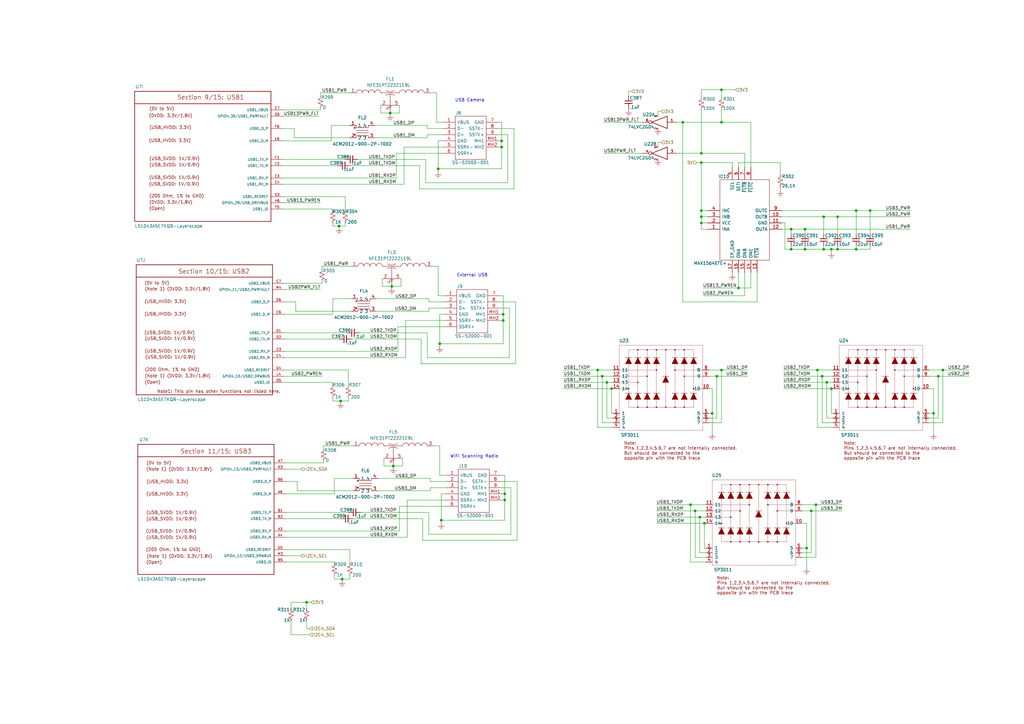
<source format=kicad_sch>
(kicad_sch (version 20200828) (generator eeschema)
  (page 12 12)
  (paper "A3")
  (title_block (title "AP2100") (company "IS ImageStream Internet Solutions, Inc."))
  (lib_symbols
    (symbol "ACM2012-900-2P-T002:ACM2012-900-2P-T002" (pin_names (offset 0.762))
      (property "Reference" "FL" (at 16.51 7.62 0))
      (property "Value" "ACM2012-900-2P-T002" (at 16.51 5.08 0))
      (symbol "ACM2012-900-2P-T002_1_1"
        (pin passive line (at -5.08 2.54 0) (length 2.54) (name "1") (number "1"))
        (pin passive line (at -5.08 -2.54 0) (length 2.54) (name "2") (number "2"))
        (pin passive line (at 5.08 -2.54 180) (length 2.54) (name "3") (number "3"))
        (pin passive line (at 5.08 2.54 180) (length 2.54) (name "4") (number "4"))
      )
    )
    (symbol "AP2100-rescue:GND-Scott" (power) (pin_names (offset 0))
      (property "Value" "GND-Scott" (at 0 -3.81 0))
      (symbol "GND-Scott_1_1"
        (pin power_in line (at 0 0 270) (length 0) hide (name "GND") (number "1"))
      )
    )
    (symbol "AP2100-rescue:LS1043ASE7KQB-Layerscape" (pin_names (offset 1.016))
      (property "Reference" "U" (at 0 0 0))
      (property "Value" "LS1043ASE7KQB-Layerscape" (at 0 2.54 0))
      (symbol "LS1043ASE7KQB-Layerscape_1_1"
        (text "Section 1/15 Digital Ground Pins" (at -18.796 88.1126 0) (effects (font (size 1.778 1.778)) (justify left bottom)))
        (pin power_in line (at -25.4 83.82 0) (length 5.08) (name "GND001") (number "A2"))
        (pin power_in line (at -25.4 78.74 0) (length 5.08) (name "GND003") (number "A24"))
        (pin power_in line (at -25.4 81.28 0) (length 5.08) (name "GND002") (number "A5"))
        (pin power_in line (at 25.4 -78.74 180) (length 5.08) (name "GND135") (number "AB2"))
        (pin power_in line (at 25.4 -81.28 180) (length 5.08) (name "GND136") (number "AB4"))
        (pin power_in line (at 25.4 -83.82 180) (length 5.08) (name "GND137") (number "AD1"))
        (pin power_in line (at 25.4 -86.36 180) (length 5.08) (name "GND138") (number "AD4"))
        (pin power_in line (at 25.4 -88.9 180) (length 5.08) (name "GND139") (number "AE2"))
        (pin power_in line (at -25.4 68.58 0) (length 5.08) (name "GND007") (number "B10"))
        (pin power_in line (at -25.4 66.04 0) (length 5.08) (name "GND008") (number "B13"))
        (pin power_in line (at -25.4 63.5 0) (length 5.08) (name "GND009") (number "B16"))
        (pin power_in line (at -25.4 60.96 0) (length 5.08) (name "GND010") (number "B19"))
        (pin power_in line (at -25.4 58.42 0) (length 5.08) (name "GND011") (number "B21"))
        (pin power_in line (at -25.4 55.88 0) (length 5.08) (name "GND012") (number "B25"))
        (pin power_in line (at -25.4 76.2 0) (length 5.08) (name "GND004") (number "B3"))
        (pin power_in line (at -25.4 73.66 0) (length 5.08) (name "GND005") (number "B4"))
        (pin power_in line (at -25.4 71.12 0) (length 5.08) (name "GND006") (number "B7"))
        (pin power_in line (at -25.4 53.34 0) (length 5.08) (name "GND013") (number "C1"))
        (pin power_in line (at -25.4 50.8 0) (length 5.08) (name "GND014") (number "C2"))
        (pin power_in line (at -25.4 45.72 0) (length 5.08) (name "GND016") (number "C23"))
        (pin power_in line (at -25.4 48.26 0) (length 5.08) (name "GND015") (number "C5"))
        (pin power_in line (at -25.4 33.02 0) (length 5.08) (name "GND021") (number "D12"))
        (pin power_in line (at -25.4 30.48 0) (length 5.08) (name "GND022") (number "D15"))
        (pin power_in line (at -25.4 27.94 0) (length 5.08) (name "GND023") (number "D18"))
        (pin power_in line (at -25.4 25.4 0) (length 5.08) (name "GND024") (number "D21"))
        (pin power_in line (at -25.4 43.18 0) (length 5.08) (name "GND017") (number "D3"))
        (pin power_in line (at -25.4 40.64 0) (length 5.08) (name "GND018") (number "D4"))
        (pin power_in line (at -25.4 38.1 0) (length 5.08) (name "GND019") (number "D7"))
        (pin power_in line (at -25.4 35.56 0) (length 5.08) (name "GND020") (number "D9"))
        (pin power_in line (at -25.4 22.86 0) (length 5.08) (name "GND025") (number "E1"))
        (pin power_in line (at -25.4 20.32 0) (length 5.08) (name "GND026") (number "E2"))
        (pin power_in line (at -25.4 15.24 0) (length 5.08) (name "GND028") (number "E22"))
        (pin power_in line (at -25.4 12.7 0) (length 5.08) (name "GND029") (number "E24"))
        (pin power_in line (at -25.4 17.78 0) (length 5.08) (name "GND027") (number "E5"))
        (pin power_in line (at -25.4 0 0) (length 5.08) (name "GND034") (number "F11"))
        (pin power_in line (at -25.4 -2.54 0) (length 5.08) (name "GND035") (number "F12"))
        (pin power_in line (at -25.4 -5.08 0) (length 5.08) (name "GND036") (number "F13"))
        (pin power_in line (at -25.4 -7.62 0) (length 5.08) (name "GND037") (number "F17"))
        (pin power_in line (at -25.4 -10.16 0) (length 5.08) (name "GND038") (number "F20"))
        (pin power_in line (at -25.4 10.16 0) (length 5.08) (name "GND030") (number "F3"))
        (pin power_in line (at -25.4 7.62 0) (length 5.08) (name "GND031") (number "F4"))
        (pin power_in line (at -25.4 5.08 0) (length 5.08) (name "GND032") (number "F7"))
        (pin power_in line (at -25.4 2.54 0) (length 5.08) (name "GND033") (number "F8"))
        (pin power_in line (at -25.4 -12.7 0) (length 5.08) (name "GND039") (number "G1"))
        (pin power_in line (at -25.4 -15.24 0) (length 5.08) (name "GND040") (number "G2"))
        (pin power_in line (at -25.4 -17.78 0) (length 5.08) (name "GND041") (number "G22"))
        (pin power_in line (at -25.4 -20.32 0) (length 5.08) (name "GND042") (number "G24"))
        (pin power_in line (at -25.4 -35.56 0) (length 5.08) (name "GND048") (number "H10"))
        (pin power_in line (at -25.4 -38.1 0) (length 5.08) (name "GND049") (number "H11"))
        (pin power_in line (at -25.4 -40.64 0) (length 5.08) (name "GND050") (number "H12"))
        (pin power_in line (at -25.4 -43.18 0) (length 5.08) (name "GND051") (number "H13"))
        (pin power_in line (at -25.4 -45.72 0) (length 5.08) (name "GND052") (number "H14"))
        (pin power_in line (at -25.4 -48.26 0) (length 5.08) (name "GND053") (number "H15"))
        (pin power_in line (at -25.4 -50.8 0) (length 5.08) (name "GND054") (number "H16"))
        (pin power_in line (at -25.4 -53.34 0) (length 5.08) (name "GND055") (number "H17"))
        (pin power_in line (at -25.4 -22.86 0) (length 5.08) (name "GND043") (number "H3"))
        (pin power_in line (at -25.4 -25.4 0) (length 5.08) (name "GND044") (number "H4"))
        (pin power_in line (at -25.4 -27.94 0) (length 5.08) (name "GND045") (number "H5"))
        (pin power_in line (at -25.4 -30.48 0) (length 5.08) (name "GND046") (number "H8"))
        (pin power_in line (at -25.4 -33.02 0) (length 5.08) (name "GND047") (number "H9"))
        (pin power_in line (at -25.4 -58.42 0) (length 5.08) (name "GND057") (number "J19"))
        (pin power_in line (at -25.4 -60.96 0) (length 5.08) (name "GND058") (number "J20"))
        (pin power_in line (at -25.4 -63.5 0) (length 5.08) (name "GND059") (number "J24"))
        (pin power_in line (at -25.4 -55.88 0) (length 5.08) (name "GND056") (number "J7"))
        (pin power_in line (at -25.4 -73.66 0) (length 5.08) (name "GND063") (number "K10"))
        (pin power_in line (at -25.4 -76.2 0) (length 5.08) (name "GND064") (number "K12"))
        (pin power_in line (at -25.4 -78.74 0) (length 5.08) (name "GND065") (number "K14"))
        (pin power_in line (at -25.4 -81.28 0) (length 5.08) (name "GND066") (number "K16"))
        (pin power_in line (at -25.4 -83.82 0) (length 5.08) (name "GND067") (number "K19"))
        (pin power_in line (at -25.4 -66.04 0) (length 5.08) (name "GND060") (number "K2"))
        (pin power_in line (at -25.4 -86.36 0) (length 5.08) (name "GND068") (number "K22"))
        (pin power_in line (at -25.4 -68.58 0) (length 5.08) (name "GND061") (number "K4"))
        (pin power_in line (at -25.4 -71.12 0) (length 5.08) (name "GND062") (number "K7"))
        (pin power_in line (at 25.4 83.82 180) (length 5.08) (name "GND071") (number "L11"))
        (pin power_in line (at 25.4 81.28 180) (length 5.08) (name "GND072") (number "L13"))
        (pin power_in line (at 25.4 78.74 180) (length 5.08) (name "GND073") (number "L15"))
        (pin power_in line (at 25.4 76.2 180) (length 5.08) (name "GND074") (number "L17"))
        (pin power_in line (at 25.4 73.66 180) (length 5.08) (name "GND075") (number "L19"))
        (pin power_in line (at 25.4 71.12 180) (length 5.08) (name "GND076") (number "L20"))
        (pin power_in line (at 25.4 68.58 180) (length 5.08) (name "GND077") (number "L24"))
        (pin power_in line (at -25.4 -88.9 0) (length 5.08) (name "GND069") (number "L7"))
        (pin power_in line (at 0 -99.06 90) (length 5.08) (name "GND070") (number "L9"))
        (pin power_in line (at 25.4 63.5 180) (length 5.08) (name "GND079") (number "M10"))
        (pin power_in line (at 25.4 60.96 180) (length 5.08) (name "GND080") (number "M12"))
        (pin power_in line (at 25.4 58.42 180) (length 5.08) (name "GND081") (number "M14"))
        (pin power_in line (at 25.4 55.88 180) (length 5.08) (name "GND082") (number "M16"))
        (pin power_in line (at 25.4 53.34 180) (length 5.08) (name "GND083") (number "M19"))
        (pin power_in line (at 25.4 50.8 180) (length 5.08) (name "GND084") (number "M22"))
        (pin power_in line (at 25.4 66.04 180) (length 5.08) (name "GND078") (number "M7"))
        (pin power_in line (at 25.4 38.1 180) (length 5.08) (name "GND089") (number "N11"))
        (pin power_in line (at 25.4 35.56 180) (length 5.08) (name "GND090") (number "N13"))
        (pin power_in line (at 25.4 33.02 180) (length 5.08) (name "GND091") (number "N15"))
        (pin power_in line (at 25.4 30.48 180) (length 5.08) (name "GND092") (number "N17"))
        (pin power_in line (at 25.4 27.94 180) (length 5.08) (name "GND093") (number "N19"))
        (pin power_in line (at 25.4 48.26 180) (length 5.08) (name "GND085") (number "N2"))
        (pin power_in line (at 25.4 25.4 180) (length 5.08) (name "GND094") (number "N20"))
        (pin power_in line (at 25.4 45.72 180) (length 5.08) (name "GND086") (number "N4"))
        (pin power_in line (at 25.4 43.18 180) (length 5.08) (name "GND087") (number "N6"))
        (pin power_in line (at 25.4 40.64 180) (length 5.08) (name "GND088") (number "N9"))
        (pin power_in line (at 25.4 17.78 180) (length 5.08) (name "GND097") (number "P10"))
        (pin power_in line (at 25.4 15.24 180) (length 5.08) (name "GND098") (number "P12"))
        (pin power_in line (at 25.4 12.7 180) (length 5.08) (name "GND099") (number "P14"))
        (pin power_in line (at 25.4 10.16 180) (length 5.08) (name "GND100") (number "P16"))
        (pin power_in line (at 25.4 7.62 180) (length 5.08) (name "GND101") (number "P19"))
        (pin power_in line (at 25.4 5.08 180) (length 5.08) (name "GND102") (number "P22"))
        (pin power_in line (at 25.4 2.54 180) (length 5.08) (name "GND103") (number "P24"))
        (pin power_in line (at 25.4 22.86 180) (length 5.08) (name "GND095") (number "P7"))
        (pin power_in line (at 25.4 20.32 180) (length 5.08) (name "GND096") (number "P8"))
        (pin power_in line (at 25.4 -2.54 180) (length 5.08) (name "GND105") (number "R11"))
        (pin power_in line (at 25.4 -5.08 180) (length 5.08) (name "GND106") (number "R13"))
        (pin power_in line (at 25.4 -7.62 180) (length 5.08) (name "GND107") (number "R15"))
        (pin power_in line (at 25.4 -10.16 180) (length 5.08) (name "GND108") (number "R17"))
        (pin power_in line (at 25.4 -12.7 180) (length 5.08) (name "GND109") (number "R19"))
        (pin power_in line (at 25.4 -15.24 180) (length 5.08) (name "GND110") (number "R25"))
        (pin power_in line (at 25.4 0 180) (length 5.08) (name "GND104") (number "R9"))
        (pin power_in line (at 25.4 -25.4 180) (length 5.08) (name "GND114") (number "T10"))
        (pin power_in line (at 25.4 -27.94 180) (length 5.08) (name "GND115") (number "T12"))
        (pin power_in line (at 25.4 -30.48 180) (length 5.08) (name "GND116") (number "T14"))
        (pin power_in line (at 25.4 -17.78 180) (length 5.08) (name "GND111") (number "T2"))
        (pin power_in line (at 25.4 -33.02 180) (length 5.08) (name "GND117") (number "T20"))
        (pin power_in line (at 25.4 -20.32 180) (length 5.08) (name "GND112") (number "T4"))
        (pin power_in line (at 25.4 -22.86 180) (length 5.08) (name "GND113") (number "T8"))
        (pin power_in line (at 25.4 -40.64 180) (length 5.08) (name "GND120") (number "U11"))
        (pin power_in line (at 25.4 -43.18 180) (length 5.08) (name "GND121") (number "U20"))
        (pin power_in line (at 25.4 -35.56 180) (length 5.08) (name "GND118") (number "U6"))
        (pin power_in line (at 25.4 -38.1 180) (length 5.08) (name "GND119") (number "U9"))
        (pin power_in line (at 25.4 -53.34 180) (length 5.08) (name "GND125") (number "V10"))
        (pin power_in line (at 25.4 -55.88 180) (length 5.08) (name "GND126") (number "V11"))
        (pin power_in line (at 25.4 -58.42 180) (length 5.08) (name "GND127") (number "V12"))
        (pin power_in line (at 25.4 -60.96 180) (length 5.08) (name "GND128") (number "V13"))
        (pin power_in line (at 25.4 -63.5 180) (length 5.08) (name "GND129") (number "V14"))
        (pin power_in line (at 25.4 -45.72 180) (length 5.08) (name "GND122") (number "V2"))
        (pin power_in line (at 25.4 -66.04 180) (length 5.08) (name "GND130") (number "V20"))
        (pin power_in line (at 25.4 -48.26 180) (length 5.08) (name "GND123") (number "V8"))
        (pin power_in line (at 25.4 -50.8 180) (length 5.08) (name "GND124") (number "V9"))
        (pin power_in line (at 25.4 -71.12 180) (length 5.08) (name "GND132") (number "W20"))
        (pin power_in line (at 25.4 -68.58 180) (length 5.08) (name "GND131") (number "W4"))
        (pin power_in line (at 25.4 -73.66 180) (length 5.08) (name "GND133") (number "Y2"))
        (pin power_in line (at 25.4 -76.2 180) (length 5.08) (name "GND134") (number "Y20"))
      )
      (symbol "LS1043ASE7KQB-Layerscape_2_1"
        (text "Section 2/15 SerDes Ground Pins" (at -18.542 25.2984 0) (effects (font (size 1.778 1.778)) (justify left bottom)))
        (pin power_in line (at -43.18 -21.59 0) (length 5.08) (name "SD_GND18") (number "AA13"))
        (pin power_in line (at -43.18 -24.13 0) (length 5.08) (name "SD_GND19") (number "AA16"))
        (pin power_in line (at 0 -34.29 90) (length 5.08) (name "SD_GND20") (number "AA19"))
        (pin power_in line (at 43.18 21.59 180) (length 5.08) (name "SD_GND21") (number "AB13"))
        (pin power_in line (at 43.18 19.05 180) (length 5.08) (name "SD_GND22") (number "AB16"))
        (pin power_in line (at 43.18 16.51 180) (length 5.08) (name "SD_GND23") (number "AB19"))
        (pin power_in line (at 43.18 13.97 180) (length 5.08) (name "SD_GND24") (number "AC13"))
        (pin power_in line (at 43.18 11.43 180) (length 5.08) (name "SD_GND25") (number "AC14"))
        (pin power_in line (at 43.18 8.89 180) (length 5.08) (name "SD_GND26") (number "AC15"))
        (pin power_in line (at 43.18 6.35 180) (length 5.08) (name "SD_GND27") (number "AC16"))
        (pin power_in line (at 43.18 3.81 180) (length 5.08) (name "SD_GND28") (number "AC17"))
        (pin power_in line (at 43.18 1.27 180) (length 5.08) (name "SD_GND29") (number "AC18"))
        (pin power_in line (at 43.18 -1.27 180) (length 5.08) (name "SD_GND30") (number "AC19"))
        (pin power_in line (at 43.18 -3.81 180) (length 5.08) (name "SD_GND31") (number "AC20"))
        (pin power_in line (at 43.18 -6.35 180) (length 5.08) (name "SD_GND32") (number "AD13"))
        (pin power_in line (at 43.18 -8.89 180) (length 5.08) (name "SD_GND33") (number "AD16"))
        (pin power_in line (at 43.18 -11.43 180) (length 5.08) (name "SD_GND34") (number "AD19"))
        (pin power_in line (at 43.18 -13.97 180) (length 5.08) (name "SD_GND35") (number "AD21"))
        (pin power_in line (at 43.18 -16.51 180) (length 5.08) (name "SD_GND36") (number "AE13"))
        (pin power_in line (at 43.18 -19.05 180) (length 5.08) (name "SD_GND37") (number "AE16"))
        (pin power_in line (at 43.18 -21.59 180) (length 5.08) (name "SD_GND38") (number "AE19"))
        (pin power_in line (at 43.18 -24.13 180) (length 5.08) (name "SD_GND39") (number "AE21"))
        (pin power_in line (at -43.18 21.59 0) (length 5.08) (name "SD_GND01") (number "U15"))
        (pin power_in line (at -43.18 19.05 0) (length 5.08) (name "SD_GND02") (number "U16"))
        (pin power_in line (at -43.18 16.51 0) (length 5.08) (name "SD_GND03") (number "U17"))
        (pin power_in line (at -43.18 13.97 0) (length 5.08) (name "SD_GND04") (number "U18"))
        (pin power_in line (at -43.18 11.43 0) (length 5.08) (name "SD_GND05") (number "U19"))
        (pin power_in line (at -43.18 6.35 0) (length 5.08) (name "SD_GND07") (number "W11"))
        (pin power_in line (at -43.18 8.89 0) (length 5.08) (name "SD_GND06") (number "W8"))
        (pin power_in line (at -43.18 -1.27 0) (length 5.08) (name "SD_GND10") (number "Y10"))
        (pin power_in line (at -43.18 -3.81 0) (length 5.08) (name "SD_GND11") (number "Y11"))
        (pin power_in line (at -43.18 -6.35 0) (length 5.08) (name "SD_GND12") (number "Y12"))
        (pin power_in line (at -43.18 -8.89 0) (length 5.08) (name "SD_GND13") (number "Y14"))
        (pin power_in line (at -43.18 -11.43 0) (length 5.08) (name "SD_GND14") (number "Y15"))
        (pin power_in line (at -43.18 -13.97 0) (length 5.08) (name "SD_GND15") (number "Y16"))
        (pin power_in line (at -43.18 -16.51 0) (length 5.08) (name "SD_GND16") (number "Y17"))
        (pin power_in line (at -43.18 -19.05 0) (length 5.08) (name "SD_GND17") (number "Y18"))
        (pin power_in line (at -43.18 3.81 0) (length 5.08) (name "SD_GND08") (number "Y8"))
        (pin power_in line (at -43.18 1.27 0) (length 5.08) (name "SD_GND09") (number "Y9"))
      )
      (symbol "LS1043ASE7KQB-Layerscape_3_1"
        (text "(1.35V)" (at 11.9888 -26.543 0) (effects (font (size 1.27 1.27)) (justify left bottom)))
        (text "(1.8V)" (at -15.5702 -54.2036 0) (effects (font (size 1.27 1.27)) (justify left bottom)))
        (text "(1V/0.9V)" (at -15.5194 62.738 0) (effects (font (size 1.27 1.27)) (justify left bottom)))
        (text "(1V/0.9V)" (at 12.2936 62.6872 0) (effects (font (size 1.27 1.27)) (justify left bottom)))
        (text "(2.5V/1.8V/1.2V)" (at 6.985 -67.183 0) (effects (font (size 1.27 1.27)) (justify left bottom)))
        (text "(3.3V)" (at 9.5504 -56.9722 0) (effects (font (size 1.27 1.27)) (justify left bottom)))
        (text "(Power Sense Pins)" (at 6.5532 -75.184 0) (effects (font (size 1.27 1.27)) (justify left bottom)))
        (text "(Pull-down/1V/0.9V)" (at 4.7752 -8.4582 0) (effects (font (size 1.27 1.27)) (justify left bottom)))
        (text "Section 3/15 Power Pins" (at -10.8204 69.596 0) (effects (font (size 1.778 1.778)) (justify left bottom)))
        (pin power_in line (at -22.86 -58.42 0) (length 5.08) (name "AVDD_CGA2") (number "G11"))
        (pin power_in line (at -22.86 -55.88 0) (length 5.08) (name "AVDD_CGA1") (number "G12"))
        (pin power_in line (at -22.86 -66.04 0) (length 5.08) (name "AVDD_PLAT") (number "G13"))
        (pin power_in line (at -22.86 -48.26 0) (length 5.08) (name "TA_BB_VDD") (number "H20"))
        (pin power_in line (at -22.86 -27.94 0) (length 5.08) (name "USB_SVDD1") (number "J10"))
        (pin power_in line (at -22.86 -30.48 0) (length 5.08) (name "USB_SVDD2") (number "J11"))
        (pin power_in line (at 27.94 -60.96 180) (length 5.08) (name "USB_HVDD1") (number "J8"))
        (pin power_in line (at 27.94 -58.42 180) (length 5.08) (name "USB_HVDD2") (number "J9"))
        (pin power_in line (at -22.86 -43.18 0) (length 5.08) (name "USB_SDVDD2") (number "K11"))
        (pin power_in line (at -22.86 60.96 0) (length 5.08) (name "VDD01") (number "K13"))
        (pin power_in line (at -22.86 55.88 0) (length 5.08) (name "VDD02") (number "K15"))
        (pin power_in line (at -22.86 50.8 0) (length 5.08) (name "VDD03") (number "K17"))
        (pin power_in line (at -22.86 -40.64 0) (length 5.08) (name "USB_SDVDD1") (number "K9"))
        (pin power_in line (at -22.86 45.72 0) (length 5.08) (name "VDD04") (number "L10"))
        (pin power_in line (at -22.86 40.64 0) (length 5.08) (name "VDD05") (number "L12"))
        (pin power_in line (at -22.86 35.56 0) (length 5.08) (name "VDD06") (number "L14"))
        (pin power_in line (at -22.86 30.48 0) (length 5.08) (name "VDD07") (number "L16"))
        (pin power_in line (at -22.86 25.4 0) (length 5.08) (name "VDD09") (number "M11"))
        (pin power_in line (at -22.86 22.86 0) (length 5.08) (name "VDD10") (number "M13"))
        (pin power_in line (at -22.86 20.32 0) (length 5.08) (name "VDD11") (number "M15"))
        (pin power_in line (at -22.86 15.24 0) (length 5.08) (name "VDD12") (number "M17"))
        (pin power_in line (at -22.86 27.94 0) (length 5.08) (name "VDD08") (number "M9"))
        (pin power_in line (at -22.86 5.08 0) (length 5.08) (name "VDD14") (number "N10"))
        (pin power_in line (at -22.86 0 0) (length 5.08) (name "VDD15") (number "N12"))
        (pin power_in line (at -22.86 -5.08 0) (length 5.08) (name "VDD16") (number "N14"))
        (pin power_in line (at 27.94 2.54 180) (length 5.08) (name "VDD17") (number "N16"))
        (pin power_in line (at -22.86 10.16 0) (length 5.08) (name "VDD13") (number "N8"))
        (pin power_in line (at 27.94 5.08 180) (length 5.08) (name "VDD19") (number "P11"))
        (pin power_in line (at 27.94 7.62 180) (length 5.08) (name "VDD20") (number "P13"))
        (pin power_in line (at 27.94 10.16 180) (length 5.08) (name "VDD21") (number "P15"))
        (pin power_in line (at 27.94 15.24 180) (length 5.08) (name "VDD22") (number "P17"))
        (pin power_in line (at 27.94 0 180) (length 5.08) (name "VDD18") (number "P9"))
        (pin power_in line (at 27.94 22.86 180) (length 5.08) (name "VDD24") (number "R10"))
        (pin power_in line (at 27.94 27.94 180) (length 5.08) (name "VDD25") (number "R12"))
        (pin power_in line (at 27.94 30.48 180) (length 5.08) (name "VDD26") (number "R14"))
        (pin power_in line (at 27.94 33.02 180) (length 5.08) (name "VDD27") (number "R16"))
        (pin power_in line (at 27.94 38.1 180) (length 5.08) (name "VDD28") (number "R18"))
        (pin power_in line (at 27.94 -10.16 180) (length 5.08) (name "FA_VL") (number "R7"))
        (pin power_in line (at 27.94 17.78 180) (length 5.08) (name "VDD23") (number "R8"))
        (pin power_in line (at 27.94 45.72 180) (length 5.08) (name "VDD30") (number "T11"))
        (pin power_in line (at 27.94 50.8 180) (length 5.08) (name "VDD31") (number "T13"))
        (pin power_in line (at -22.86 -12.7 0) (length 5.08) (name "S1VDD1") (number "T15"))
        (pin power_in line (at -22.86 -15.24 0) (length 5.08) (name "S1VDD2") (number "T16"))
        (pin power_in line (at -22.86 -17.78 0) (length 5.08) (name "S1VDD3") (number "T17"))
        (pin power_in line (at -22.86 -20.32 0) (length 5.08) (name "S1VDD4") (number "T18"))
        (pin power_in line (at -22.86 -71.12 0) (length 5.08) (name "AVDD_D1") (number "T19"))
        (pin power_in line (at 27.94 43.18 180) (length 5.08) (name "VDD29") (number "T9"))
        (pin power_in line (at 27.94 60.96 180) (length 5.08) (name "VDD33") (number "U10"))
        (pin power_in line (at 27.94 55.88 180) (length 5.08) (name "VDD32") (number "U8"))
        (pin power_in line (at 27.94 -48.26 180) (length 5.08) (name "AVDD_SD1_PLL2") (number "V19"))
        (pin power_in line (at 27.94 -68.58 180) (length 5.08) (name "TVDD") (number "V6"))
        (pin power_in line (at 27.94 -78.74 180) (length 5.08) (name "SENSEGND") (number "V7"))
        (pin power_in line (at 27.94 -43.18 180) (length 5.08) (name "AVDD_SD1_PLL1") (number "W12"))
        (pin power_in line (at -22.86 -22.86 0) (length 5.08) (name "S1VDD5") (number "W14"))
        (pin power_in line (at 27.94 -27.94 180) (length 5.08) (name "X1VDD1") (number "W15"))
        (pin power_in line (at 27.94 -30.48 180) (length 5.08) (name "X1VDD2") (number "W16"))
        (pin power_in line (at 27.94 -33.02 180) (length 5.08) (name "X1VDD3") (number "W17"))
        (pin power_in line (at 27.94 -35.56 180) (length 5.08) (name "X1VDD4") (number "W18"))
        (pin power_in line (at 27.94 -76.2 180) (length 5.08) (name "SENSEVDD") (number "W7"))
        (pin power_in line (at 27.94 -38.1 180) (length 5.08) (name "X1VDD5") (number "Y19"))
      )
      (symbol "LS1043ASE7KQB-Layerscape_4_1"
        (text "Section 4/15: Power Pins" (at -12.6492 61.468 0) (effects (font (size 1.778 1.778)) (justify left bottom)))
        (pin power_in line (at -29.21 -31.75 0) (length 5.08) (name "G1VDD18") (number "AA20"))
        (pin power_in line (at -29.21 -36.83 0) (length 5.08) (name "G1VDD19") (number "AB22"))
        (pin power_in line (at -29.21 -41.91 0) (length 5.08) (name "G1VDD20") (number "AB24"))
        (pin power_in line (at -29.21 -46.99 0) (length 5.08) (name "G1VDD21") (number "AD22"))
        (pin power_in line (at -29.21 -52.07 0) (length 5.08) (name "G1VDD22") (number "AD25"))
        (pin power_in line (at -29.21 -57.15 0) (length 5.08) (name "G1VDD23") (number "AE24"))
        (pin bidirectional line (at 31.75 -3.81 180) (length 5.08) (name "TA_PROG_SEP") (number "F14"))
        (pin bidirectional line (at 31.75 6.35 180) (length 5.08) (name "PROG_MTR") (number "G14"))
        (pin power_in line (at 31.75 54.61 180) (length 5.08) (name "OVDD1") (number "J12"))
        (pin power_in line (at 31.75 49.53 180) (length 5.08) (name "OVDD2") (number "J13"))
        (pin power_in line (at 31.75 44.45 180) (length 5.08) (name "OVDD3") (number "J14"))
        (pin power_in line (at 31.75 39.37 180) (length 5.08) (name "OVDD4") (number "J15"))
        (pin power_in line (at 31.75 34.29 180) (length 5.08) (name "OVDD5") (number "J16"))
        (pin power_in line (at 31.75 29.21 180) (length 5.08) (name "OVDD6") (number "J17"))
        (pin power_in line (at -29.21 54.61 0) (length 5.08) (name "G1VDD01") (number "J18"))
        (pin power_in line (at -29.21 49.53 0) (length 5.08) (name "G1VDD02") (number "K18"))
        (pin power_in line (at -29.21 44.45 0) (length 5.08) (name "G1VDD03") (number "K20"))
        (pin power_in line (at 31.75 -24.13 180) (length 5.08) (name "DVDD1") (number "K8"))
        (pin power_in line (at -29.21 39.37 0) (length 5.08) (name "G1VDD04") (number "L18"))
        (pin power_in line (at 31.75 -26.67 180) (length 5.08) (name "DVVD2") (number "L8"))
        (pin power_in line (at -29.21 34.29 0) (length 5.08) (name "G1VDD05") (number "M18"))
        (pin power_in line (at -29.21 29.21 0) (length 5.08) (name "G1VDD06") (number "M20"))
        (pin power_in line (at 31.75 -36.83 180) (length 5.08) (name "EVDD") (number "M8"))
        (pin power_in line (at -29.21 24.13 0) (length 5.08) (name "G1VDD07") (number "N18"))
        (pin power_in line (at 31.75 24.13 180) (length 5.08) (name "0VDD7") (number "N7"))
        (pin power_in line (at -29.21 19.05 0) (length 5.08) (name "G1VDD08") (number "P18"))
        (pin power_in line (at -29.21 13.97 0) (length 5.08) (name "G1VDD09") (number "P20"))
        (pin power_in line (at -29.21 8.89 0) (length 5.08) (name "G1VDD10") (number "R21"))
        (pin power_in line (at -29.21 3.81 0) (length 5.08) (name "G1VDD11") (number "R23"))
        (pin power_in line (at -29.21 -1.27 0) (length 5.08) (name "G1VDD12") (number "T22"))
        (pin power_in line (at -29.21 -6.35 0) (length 5.08) (name "G1VDD13") (number "T24"))
        (pin power_in line (at 31.75 16.51 180) (length 5.08) (name "TH_VDD") (number "T6"))
        (pin power_in line (at 31.75 -57.15 180) (length 5.08) (name "LVDD1") (number "U12"))
        (pin power_in line (at 31.75 -52.07 180) (length 5.08) (name "LVDD2") (number "U13"))
        (pin power_in line (at 31.75 -46.99 180) (length 5.08) (name "LVDD3") (number "U14"))
        (pin power_in line (at -29.21 -11.43 0) (length 5.08) (name "G1VDD14") (number "V22"))
        (pin power_in line (at -29.21 -16.51 0) (length 5.08) (name "G1VDD15") (number "V24"))
        (pin power_in line (at -29.21 -21.59 0) (length 5.08) (name "G1VDD16") (number "Y22"))
        (pin power_in line (at -29.21 -26.67 0) (length 5.08) (name "G1VDD17") (number "Y24"))
      )
      (symbol "LS1043ASE7KQB-Layerscape_5_1"
        (text "(Analog)" (at -36.9316 -29.8704 0) (effects (font (size 1.27 1.27)) (justify left bottom)))
        (text "(Analog)" (at 16.002 -4.4958 0) (effects (font (size 1.27 1.27)) (justify left bottom)))
        (text "(Analog)" (at 16.129 -7.0104 0) (effects (font (size 1.27 1.27)) (justify left bottom)))
        (text "(DVDD: 2.5V/1.8V)" (at 15.9004 -14.6812 0) (effects (font (size 1.27 1.27)) (justify left bottom)))
        (text "(DVDD: 2.5V/1.8V)" (at 16.2052 -17.1958 0) (effects (font (size 1.27 1.27)) (justify left bottom)))
        (text "(DVDD: 3.3V/1.8V)" (at -37.5412 26.0858 0) (effects (font (size 1.27 1.27)) (justify left bottom)))
        (text "(DVDD: 3.3V/1.8V)" (at -37.5158 15.9004 0) (effects (font (size 1.27 1.27)) (justify left bottom)))
        (text "(DVDD: 3.3V/1.8V)" (at -37.3634 13.335 0) (effects (font (size 1.27 1.27)) (justify left bottom)))
        (text "(DVDD: 3.3V/1.8V)" (at -37.3634 28.6258 0) (effects (font (size 1.27 1.27)) (justify left bottom)))
        (text "(DVDD: 3.3V/1.8V)" (at -37.338 18.4404 0) (effects (font (size 1.27 1.27)) (justify left bottom)))
        (text "(DVDD: 3.3V/1.8V)" (at -37.2618 31.1658 0) (effects (font (size 1.27 1.27)) (justify left bottom)))
        (text "(DVDD: 3.3V/1.8V)" (at -37.1348 23.5204 0) (effects (font (size 1.27 1.27)) (justify left bottom)))
        (text "(DVDD: 3.3V/1.8V)" (at -37.0332 20.955 0) (effects (font (size 1.27 1.27)) (justify left bottom)))
        (text "(DVDD: 3.3V/1.8V)" (at 16.0782 41.3512 0) (effects (font (size 1.27 1.27)) (justify left bottom)))
        (text "(DVDD: 3.3V/1.8V)" (at 16.1036 15.9004 0) (effects (font (size 1.27 1.27)) (justify left bottom)))
        (text "(DVDD: 3.3V/1.8V)" (at 16.1036 28.6258 0) (effects (font (size 1.27 1.27)) (justify left bottom)))
        (text "(DVDD: 3.3V/1.8V)" (at 16.1798 20.9804 0) (effects (font (size 1.27 1.27)) (justify left bottom)))
        (text "(DVDD: 3.3V/1.8V)" (at 16.1798 33.7058 0) (effects (font (size 1.27 1.27)) (justify left bottom)))
        (text "(DVDD: 3.3V/1.8V)" (at 16.2052 13.335 0) (effects (font (size 1.27 1.27)) (justify left bottom)))
        (text "(DVDD: 3.3V/1.8V)" (at 16.2052 23.5204 0) (effects (font (size 1.27 1.27)) (justify left bottom)))
        (text "(DVDD: 3.3V/1.8V)" (at 16.2052 36.2458 0) (effects (font (size 1.27 1.27)) (justify left bottom)))
        (text "(DVDD: 3.3V/1.8V)" (at 16.2306 26.0604 0) (effects (font (size 1.27 1.27)) (justify left bottom)))
        (text "(DVDD: 3.3V/1.8V)" (at 16.383 38.7604 0) (effects (font (size 1.27 1.27)) (justify left bottom)))
        (text "(LVDD: 2.5V/1.8V)" (at -37.5158 33.7312 0) (effects (font (size 1.27 1.27)) (justify left bottom)))
        (text "(Note 1)" (at -19.1262 15.9004 0) (effects (font (size 1.27 1.27)) (justify left bottom)))
        (text "(Note 1)" (at -19.1262 31.1912 0) (effects (font (size 1.27 1.27)) (justify left bottom)))
        (text "(Note 1)" (at -18.9484 20.9804 0) (effects (font (size 1.27 1.27)) (justify left bottom)))
        (text "(Note 1)" (at -18.8976 26.0858 0) (effects (font (size 1.27 1.27)) (justify left bottom)))
        (text "(Note 1)" (at -18.8722 13.335 0) (effects (font (size 1.27 1.27)) (justify left bottom)))
        (text "(Note 1)" (at -18.796 18.4404 0) (effects (font (size 1.27 1.27)) (justify left bottom)))
        (text "(Note 1)" (at -18.7706 28.6004 0) (effects (font (size 1.27 1.27)) (justify left bottom)))
        (text "(Note 1)" (at -18.542 23.495 0) (effects (font (size 1.27 1.27)) (justify left bottom)))
        (text "(Note 1)" (at 3.8608 28.6258 0) (effects (font (size 1.27 1.27)) (justify left bottom)))
        (text "(Note 1)" (at 3.8608 36.2712 0) (effects (font (size 1.27 1.27)) (justify left bottom)))
        (text "(Note 1)" (at 3.8862 26.0858 0) (effects (font (size 1.27 1.27)) (justify left bottom)))
        (text "(Note 1)" (at 4.0132 23.5204 0) (effects (font (size 1.27 1.27)) (justify left bottom)))
        (text "(Note 1)" (at 4.064 41.3512 0) (effects (font (size 1.27 1.27)) (justify left bottom)))
        (text "(Note 1)" (at 4.0894 33.7058 0) (effects (font (size 1.27 1.27)) (justify left bottom)))
        (text "(Note 1)" (at 4.1148 38.7858 0) (effects (font (size 1.27 1.27)) (justify left bottom)))
        (text "(Note 1)" (at 4.3688 20.955 0) (effects (font (size 1.27 1.27)) (justify left bottom)))
        (text "(Note 1)" (at 6.5786 -14.6558 0) (effects (font (size 1.27 1.27)) (justify left bottom)))
        (text "(Note 1)" (at 6.858 -17.1704 0) (effects (font (size 1.27 1.27)) (justify left bottom)))
        (text "(OVDD: 1.8V)" (at -37.6174 -12.1412 0) (effects (font (size 1.27 1.27)) (justify left bottom)))
        (text "(OVDD: 1.8V)" (at -37.4904 -35.052 0) (effects (font (size 1.27 1.27)) (justify left bottom)))
        (text "(OVDD: 1.8V)" (at -37.465 -22.3012 0) (effects (font (size 1.27 1.27)) (justify left bottom)))
        (text "(OVDD: 1.8V)" (at -37.465 36.2712 0) (effects (font (size 1.27 1.27)) (justify left bottom)))
        (text "(OVDD: 1.8V)" (at -37.465 38.8112 0) (effects (font (size 1.27 1.27)) (justify left bottom)))
        (text "(OVDD: 1.8V)" (at -37.4396 -14.6558 0) (effects (font (size 1.27 1.27)) (justify left bottom)))
        (text "(OVDD: 1.8V)" (at -37.3888 -42.672 0) (effects (font (size 1.27 1.27)) (justify left bottom)))
        (text "(OVDD: 1.8V)" (at -37.3888 8.255 0) (effects (font (size 1.27 1.27)) (justify left bottom)))
        (text "(OVDD: 1.8V)" (at -37.3634 -45.212 0) (effects (font (size 1.27 1.27)) (justify left bottom)))
        (text "(OVDD: 1.8V)" (at -37.338 -4.4704 0) (effects (font (size 1.27 1.27)) (justify left bottom)))
        (text "(OVDD: 1.8V)" (at -37.3126 -47.752 0) (effects (font (size 1.27 1.27)) (justify left bottom)))
        (text "(OVDD: 1.8V)" (at -37.3126 41.3512 0) (effects (font (size 1.27 1.27)) (justify left bottom)))
        (text "(OVDD: 1.8V)" (at -37.211 -40.0812 0) (effects (font (size 1.27 1.27)) (justify left bottom)))
        (text "(OVDD: 1.8V)" (at -37.211 -7.0104 0) (effects (font (size 1.27 1.27)) (justify left bottom)))
        (text "(OVDD: 1.8V)" (at -37.1602 -19.7358 0) (effects (font (size 1.27 1.27)) (justify left bottom)))
        (text "(OVDD: 1.8V)" (at -37.1348 -1.9304 0) (effects (font (size 1.27 1.27)) (justify left bottom)))
        (text "(OVDD: 1.8V)" (at -37.1094 -27.3558 0) (effects (font (size 1.27 1.27)) (justify left bottom)))
        (text "(OVDD: 1.8V)" (at -37.0332 -50.2158 0) (effects (font (size 1.27 1.27)) (justify left bottom)))
        (text "(OVDD: 1.8V)" (at 10.9982 8.255 0) (effects (font (size 1.27 1.27)) (justify left bottom)))
        (text "(OVDD: 1.8V)" (at 16.0274 -22.3012 0) (effects (font (size 1.27 1.27)) (justify left bottom)))
        (text "(OVDD: 1.8V)" (at 16.0782 -35.0266 0) (effects (font (size 1.27 1.27)) (justify left bottom)))
        (text "(OVDD: 1.8V)" (at 16.1036 -40.132 0) (effects (font (size 1.27 1.27)) (justify left bottom)))
        (text "(OVDD: 1.8V)" (at 16.129 -32.4866 0) (effects (font (size 1.27 1.27)) (justify left bottom)))
        (text "(OVDD: 1.8V)" (at 16.129 -24.8412 0) (effects (font (size 1.27 1.27)) (justify left bottom)))
        (text "(OVDD: 1.8V)" (at 16.1544 0.6096 0) (effects (font (size 1.27 1.27)) (justify left bottom)))
        (text "(OVDD: 1.8V)" (at 16.2052 -42.6212 0) (effects (font (size 1.27 1.27)) (justify left bottom)))
        (text "(OVDD: 1.8V)" (at 16.2052 3.175 0) (effects (font (size 1.27 1.27)) (justify left bottom)))
        (text "(OVDD: 1.8V)" (at 16.256 -27.3558 0) (effects (font (size 1.27 1.27)) (justify left bottom)))
        (text "(OVDD: 1.8V)" (at 16.2814 -29.8958 0) (effects (font (size 1.27 1.27)) (justify left bottom)))
        (text "(OVDD: 1.8V)" (at 16.3068 -45.1612 0) (effects (font (size 1.27 1.27)) (justify left bottom)))
        (text "(Reserved, Analog)" (at 16.2306 -50.2666 0) (effects (font (size 1.27 1.27)) (justify left bottom)))
        (text "(Reserved, Analog)" (at 16.3576 -47.6758 0) (effects (font (size 1.27 1.27)) (justify left bottom)))
        (text "(TA_BB_VDD: 0.9V/1V)" (at -37.3634 5.715 0) (effects (font (size 1.27 1.27)) (justify left bottom)))
        (text "(TA_BB_VDD: 0.9V/1V)" (at -37.3126 3.175 0) (effects (font (size 1.27 1.27)) (justify left bottom)))
        (text "Note1: This pin has other functions not listed here." (at -26.67 -54.1528 0) (effects (font (size 1.27 1.27)) (justify left bottom)))
        (text "Section 5/15: JTAG, UARTs, Interrupts and Miscellaneous Functions" (at -45.6692 45.8216 0) (effects (font (size 1.778 1.778)) (justify left bottom)))
        (pin bidirectional line (at 67.31 -41.91 180) (length 5.08) (name "~SCAN_MODE~") (number "A21"))
        (pin bidirectional line (at 67.31 3.81 180) (length 5.08) (name "~TBSCAN_EN~") (number "C21"))
        (pin bidirectional line (at 67.31 -21.59 180) (length 5.08) (name "~EVT0~") (number "E10"))
        (pin bidirectional line (at 67.31 -31.75 180) (length 5.08) (name "~EVT4~") (number "E11"))
        (pin bidirectional line (at 67.31 -29.21 180) (length 5.08) (name "~EVT3~") (number "E12"))
        (pin bidirectional line (at 67.31 -24.13 180) (length 5.08) (name "~EVT1~") (number "E13"))
        (pin bidirectional line (at -64.77 -44.45 0) (length 5.08) (name "TCK") (number "E18"))
        (pin bidirectional line (at -64.77 -49.53 0) (length 5.08) (name "~TRST~") (number "E19"))
        (pin bidirectional line (at -64.77 -41.91 0) (length 5.08) (name "TDO") (number "E20"))
        (pin bidirectional line (at 67.31 1.27 180) (length 5.08) (name "~TEST_SEL~") (number "E21"))
        (pin bidirectional line (at 67.31 -26.67 180) (length 5.08) (name "~EVT2~") (number "E8"))
        (pin output line (at 67.31 8.89 180) (length 5.08) (name "ASLEEP/GPIO1_13/CFG_SOIC_USE") (number "E9"))
        (pin input line (at -64.77 -6.35 0) (length 5.08) (name "~PORESET~") (number "F10"))
        (pin bidirectional line (at -64.77 41.91 0) (length 5.08) (name "IRQ00") (number "F15"))
        (pin bidirectional line (at -64.77 -34.29 0) (length 5.08) (name "RTC/GPIO1_14") (number "F16"))
        (pin bidirectional line (at -64.77 -46.99 0) (length 5.08) (name "TMS") (number "F18"))
        (pin bidirectional line (at -64.77 -13.97 0) (length 5.08) (name "DDRCLK") (number "F19"))
        (pin bidirectional line (at 67.31 -44.45 180) (length 5.08) (name "JTAG_BSR_VSEL") (number "F21"))
        (pin input line (at -64.77 -11.43 0) (length 5.08) (name "SYSCLK") (number "F9"))
        (pin bidirectional line (at -64.77 -3.81 0) (length 5.08) (name "~HRESET~") (number "G10"))
        (pin bidirectional line (at -64.77 39.37 0) (length 5.08) (name "IRQ01") (number "G15"))
        (pin bidirectional line (at -64.77 8.89 0) (length 5.08) (name "~TA_TMP_DETECT~") (number "G16"))
        (pin bidirectional line (at -64.77 -26.67 0) (length 5.08) (name "CLK_OUT") (number "G17"))
        (pin bidirectional line (at -64.77 -39.37 0) (length 5.08) (name "TDI") (number "G18"))
        (pin bidirectional line (at -64.77 6.35 0) (length 5.08) (name "~TA_BB_TMP_DETECT~") (number "G19"))
        (pin bidirectional line (at -64.77 3.81 0) (length 5.08) (name "TA_BB_RTC") (number "G20"))
        (pin output line (at -64.77 -1.27 0) (length 5.08) (name "~RESET_REQ~") (number "G7"))
        (pin bidirectional line (at -64.77 -19.05 0) (length 5.08) (name "DIFF_SYSCLK") (number "G8"))
        (pin bidirectional line (at -64.77 -21.59 0) (length 5.08) (name "~DIFF_SYSCLK~") (number "G9"))
        (pin output line (at 67.31 39.37 180) (length 5.08) (name "GPIO1_15/UART1_SOUT") (number "H1"))
        (pin bidirectional line (at 67.31 -39.37 180) (length 5.08) (name "~CKSTP_OUT~") (number "H18"))
        (pin input line (at 67.31 41.91 180) (length 5.08) (name "GPIO1_17/UART1_SIN") (number "H2"))
        (pin bidirectional line (at 67.31 -34.29 180) (length 5.08) (name "~EVT9~") (number "H7"))
        (pin input line (at 67.31 36.83 180) (length 5.08) (name "GPIO1_21/!UART1_CTS") (number "J1"))
        (pin bidirectional line (at 67.31 34.29 180) (length 5.08) (name "GPIO1_19/!UART1_RTS") (number "J2"))
        (pin input line (at -64.77 31.75 0) (length 5.08) (name "IRQ03/GPIO1_23") (number "J3"))
        (pin input line (at -64.77 29.21 0) (length 5.08) (name "IRQ04/GPIO1_24") (number "J4"))
        (pin input line (at -64.77 26.67 0) (length 5.08) (name "IRQ05/GPIO1_25") (number "J5"))
        (pin input line (at -64.77 36.83 0) (length 5.08) (name "IRQ02") (number "J6"))
        (pin input line (at 67.31 29.21 180) (length 5.08) (name "GPIO1_18/UART2_SIN") (number "K1"))
        (pin bidirectional line (at 67.31 -13.97 180) (length 5.08) (name "GPIO4_02/IIC2_SCL") (number "K3"))
        (pin input line (at -64.77 24.13 0) (length 5.08) (name "IRQ06/GPIO1_26") (number "K5"))
        (pin bidirectional line (at 67.31 21.59 180) (length 5.08) (name "GPIO1_20/!UART2_RTS") (number "L1"))
        (pin output line (at 67.31 26.67 180) (length 5.08) (name "GPIO1_16/UART2_SOUT") (number "L2"))
        (pin bidirectional line (at 67.31 -16.51 180) (length 5.08) (name "GPIO4_03/IIC2_SDA") (number "L3"))
        (pin input line (at -64.77 21.59 0) (length 5.08) (name "IRQ07/GPIO1_27") (number "L5"))
        (pin bidirectional line (at 67.31 13.97 180) (length 5.08) (name "IIC1_SDA") (number "M1"))
        (pin bidirectional line (at 67.31 24.13 180) (length 5.08) (name "GPIO1_22/!UART2_CTS") (number "M2"))
        (pin input line (at -64.77 19.05 0) (length 5.08) (name "IRQ08/GPIO1_28") (number "M5"))
        (pin bidirectional line (at 67.31 16.51 180) (length 5.08) (name "IIC1_SCL") (number "N1"))
        (pin input line (at -64.77 16.51 0) (length 5.08) (name "IRQ09/GPIO1_29") (number "N5"))
        (pin bidirectional line (at -64.77 13.97 0) (length 5.08) (name "IRQ10/GPIO1_30") (number "P4"))
        (pin bidirectional line (at -64.77 -29.21 0) (length 5.08) (name "TH_TPA") (number "P5"))
        (pin bidirectional line (at 67.31 -6.35 180) (length 5.08) (name "TD1_CATHODE") (number "P6"))
        (pin bidirectional line (at 67.31 -3.81 180) (length 5.08) (name "TD1_ANODE") (number "R6"))
        (pin bidirectional line (at 67.31 -46.99 180) (length 5.08) (name "FA_ANALOG_PIN") (number "T7"))
        (pin bidirectional line (at 67.31 -49.53 180) (length 5.08) (name "FA_ANALOG_G_V") (number "U7"))
        (pin bidirectional line (at -64.77 34.29 0) (length 5.08) (name "IRQ11/GPIO1_31") (number "V5"))
      )
      (symbol "LS1043ASE7KQB-Layerscape_6_1"
        (text "(EVDD: 3.3V/1.8V)" (at -21.1074 -9.9822 0) (effects (font (size 1.27 1.27)) (justify left bottom)))
        (text "(EVDD: 3.3V/1.8V)" (at -21.0058 -4.826 0) (effects (font (size 1.27 1.27)) (justify left bottom)))
        (text "(EVDD: 3.3V/1.8V)" (at -20.9804 -17.5514 0) (effects (font (size 1.27 1.27)) (justify left bottom)))
        (text "(EVDD: 3.3V/1.8V)" (at -20.8026 -7.2644 0) (effects (font (size 1.27 1.27)) (justify left bottom)))
        (text "(EVDD: 3.3V/1.8V)" (at -20.7518 -19.9644 0) (effects (font (size 1.27 1.27)) (justify left bottom)))
        (text "(EVDD: 3.3V/1.8V)" (at -20.7518 -12.319 0) (effects (font (size 1.27 1.27)) (justify left bottom)))
        (text "(Note 1)" (at -5.1308 5.334 0) (effects (font (size 1.27 1.27)) (justify left bottom)))
        (text "(Note 1)" (at -4.953 7.9756 0) (effects (font (size 1.27 1.27)) (justify left bottom)))
        (text "(Note 1)" (at -4.9276 -12.3698 0) (effects (font (size 1.27 1.27)) (justify left bottom)))
        (text "(Note 1)" (at -4.8768 2.9464 0) (effects (font (size 1.27 1.27)) (justify left bottom)))
        (text "(Note 1)" (at -4.8514 -4.699 0) (effects (font (size 1.27 1.27)) (justify left bottom)))
        (text "(Note 1)" (at -4.8514 0.4064 0) (effects (font (size 1.27 1.27)) (justify left bottom)))
        (text "(Note 1)" (at -4.7244 13.1826 0) (effects (font (size 1.27 1.27)) (justify left bottom)))
        (text "(Note 1)" (at -4.699 -7.1374 0) (effects (font (size 1.27 1.27)) (justify left bottom)))
        (text "(Note 1)" (at -4.6482 -19.8374 0) (effects (font (size 1.27 1.27)) (justify left bottom)))
        (text "(Note 1)" (at -4.6482 -9.652 0) (effects (font (size 1.27 1.27)) (justify left bottom)))
        (text "(Note 1)" (at -4.5212 -17.1958 0) (effects (font (size 1.27 1.27)) (justify left bottom)))
        (text "(OVDD: 1.8V)" (at -21.0312 2.794 0) (effects (font (size 1.27 1.27)) (justify left bottom)))
        (text "(OVDD: 1.8V)" (at -21.0058 15.5448 0) (effects (font (size 1.27 1.27)) (justify left bottom)))
        (text "(OVDD: 1.8V)" (at -20.7772 13.1064 0) (effects (font (size 1.27 1.27)) (justify left bottom)))
        (text "(OVDD: 1.8V)" (at -20.7518 8.0518 0) (effects (font (size 1.27 1.27)) (justify left bottom)))
        (text "(OVDD: 1.8V)" (at -20.701 18.2372 0) (effects (font (size 1.27 1.27)) (justify left bottom)))
        (text "(OVDD: 1.8V)" (at -20.5994 5.588 0) (effects (font (size 1.27 1.27)) (justify left bottom)))
        (text "(OVDD: 1.8V)" (at -20.3962 0.6096 0) (effects (font (size 1.27 1.27)) (justify left bottom)))
        (text "Note1: This pin has other functions not listed here." (at -22.5552 -23.6982 0) (effects (font (size 1.27 1.27)) (justify left bottom)))
        (text "Section 6/15: SPI and SDH" (at -16.4846 21.971 0) (effects (font (size 1.778 1.778)) (justify left bottom)))
        (pin bidirectional line (at 22.86 -3.81 180) (length 5.08) (name "SDHC_DAT0") (number "P1"))
        (pin bidirectional line (at 22.86 -19.05 180) (length 5.08) (name "SDHC_CMD") (number "P2"))
        (pin bidirectional line (at 22.86 -16.51 180) (length 5.08) (name "SDHC_CLK") (number "P3"))
        (pin bidirectional line (at 22.86 -8.89 180) (length 5.08) (name "SDHC_DAT2") (number "R1"))
        (pin bidirectional line (at 22.86 -6.35 180) (length 5.08) (name "SDHC_DAT1") (number "R2"))
        (pin bidirectional clock (at 22.86 13.97 180) (length 5.08) (name "SPI_CLK") (number "R3"))
        (pin bidirectional line (at 22.86 16.51 180) (length 5.08) (name "SPI_MOSI") (number "R4"))
        (pin bidirectional line (at 22.86 19.05 180) (length 5.08) (name "SPI_MISO") (number "R5"))
        (pin bidirectional line (at 22.86 -11.43 180) (length 5.08) (name "SDHC_DAT3") (number "T1"))
        (pin bidirectional line (at 22.86 8.89 180) (length 5.08) (name "~SPI_CS0~") (number "T3"))
        (pin bidirectional line (at 22.86 6.35 180) (length 5.08) (name "~SPI_CS1~") (number "T5"))
        (pin bidirectional line (at 22.86 1.27 180) (length 5.08) (name "~SPI_CS3~") (number "U3"))
        (pin bidirectional line (at 22.86 3.81 180) (length 5.08) (name "~SPI_CS2~") (number "U5"))
      )
      (symbol "LS1043ASE7KQB-Layerscape_7_1"
        (text "(Note 1)" (at 0.5334 -34.5948 0) (effects (font (size 1.27 1.27)) (justify left bottom)))
        (text "(Note 1)" (at 0.5334 -32.1056 0) (effects (font (size 1.27 1.27)) (justify left bottom)))
        (text "(Note 1)" (at 0.5334 -29.5656 0) (effects (font (size 1.27 1.27)) (justify left bottom)))
        (text "(Note 1)" (at 0.5334 -19.3802 0) (effects (font (size 1.27 1.27)) (justify left bottom)))
        (text "(Note 1)" (at 0.5588 -21.9964 0) (effects (font (size 1.27 1.27)) (justify left bottom)))
        (text "(Note 1)" (at 0.5588 -16.9164 0) (effects (font (size 1.27 1.27)) (justify left bottom)))
        (text "(Note 1)" (at 0.5588 -9.2456 0) (effects (font (size 1.27 1.27)) (justify left bottom)))
        (text "(Note 1)" (at 0.5842 -24.6126 0) (effects (font (size 1.27 1.27)) (justify left bottom)))
        (text "(Note 1)" (at 0.5842 -14.4272 0) (effects (font (size 1.27 1.27)) (justify left bottom)))
        (text "(Note 1)" (at 0.5842 -11.8618 0) (effects (font (size 1.27 1.27)) (justify left bottom)))
        (text "(Note 1)" (at 0.6096 -27.2034 0) (effects (font (size 1.27 1.27)) (justify left bottom)))
        (text "(Note 1)" (at 10.7442 -32.1564 0) (effects (font (size 1.27 1.27)) (justify left bottom)))
        (text "(Note 1)" (at 10.7442 28.9814 0) (effects (font (size 1.27 1.27)) (justify left bottom)))
        (text "(Note 1)" (at 10.7696 -34.7726 0) (effects (font (size 1.27 1.27)) (justify left bottom)))
        (text "(Note 1)" (at 10.7696 -29.6926 0) (effects (font (size 1.27 1.27)) (justify left bottom)))
        (text "(Note 1)" (at 10.7696 0.8382 0) (effects (font (size 1.27 1.27)) (justify left bottom)))
        (text "(Note 1)" (at 10.7696 31.242 0) (effects (font (size 1.27 1.27)) (justify left bottom)))
        (text "(Note 1)" (at 10.7696 33.8582 0) (effects (font (size 1.27 1.27)) (justify left bottom)))
        (text "(OVDD: 1.8V)" (at -27.3812 38.9636 0) (effects (font (size 1.27 1.27)) (justify left bottom)))
        (text "(OVDD: 1.8V)" (at 18.3642 39.243 0) (effects (font (size 1.27 1.27)) (justify left bottom)))
        (text "Note1: This pin has other functions not listed here." (at -19.7612 -46.2534 0) (effects (font (size 1.27 1.27)) (justify left bottom)))
        (text "Section 7/15: Integrated Flash Controller" (at -21.7424 43.688 0) (effects (font (size 1.778 1.778)) (justify left bottom)))
        (pin bidirectional line (at -35.56 26.67 0) (length 5.08) (name "IFC_AD04/CFG_GPINPUT4") (number "A10"))
        (pin bidirectional line (at -35.56 21.59 0) (length 5.08) (name "IFC_AD06/CFG_GPINPUT6") (number "A11"))
        (pin bidirectional line (at -35.56 16.51 0) (length 5.08) (name "IFC_AD08/CFG_RCW_SRC0") (number "A12"))
        (pin bidirectional line (at -35.56 13.97 0) (length 5.08) (name "IFC_AD09/CFG_RCW_SRC1") (number "A13"))
        (pin bidirectional line (at -35.56 8.89 0) (length 5.08) (name "IFC_AD11/CFG_RCW_SRC3") (number "A14"))
        (pin bidirectional line (at -35.56 3.81 0) (length 5.08) (name "IFC_AD13/CFG_RCW_SRC5") (number "A15"))
        (pin bidirectional line (at -35.56 1.27 0) (length 5.08) (name "IFC_AD14/CFG_RCW_SRC6") (number "A16"))
        (pin bidirectional line (at -35.56 -1.27 0) (length 5.08) (name "IFC_AD15/CFG_RCW_SRC7") (number "A17"))
        (pin bidirectional line (at 35.56 -39.37 180) (length 5.08) (name "IFC_AVD") (number "A18"))
        (pin bidirectional line (at 35.56 34.29 180) (length 5.08) (name "~IFC_CS1~") (number "A19"))
        (pin bidirectional line (at 35.56 8.89 180) (length 5.08) (name "IFC_CLK0") (number "A20"))
        (pin bidirectional line (at -35.56 34.29 0) (length 5.08) (name "IFC_AD01/CFG_GPINPUT1") (number "A8"))
        (pin bidirectional line (at -35.56 29.21 0) (length 5.08) (name "IFC_AD03/CFG_GPINPUT3") (number "A9"))
        (pin bidirectional line (at -35.56 24.13 0) (length 5.08) (name "IFC_AD05/CFG_GPINPUT5") (number "B11"))
        (pin bidirectional line (at -35.56 19.05 0) (length 5.08) (name "IFC_AD07/CFG_GPINPUT7") (number "B12"))
        (pin bidirectional line (at -35.56 11.43 0) (length 5.08) (name "IFC_AD10/CFG_RCW_SRC2") (number "B14"))
        (pin bidirectional line (at -35.56 6.35 0) (length 5.08) (name "IFC_AD12/CFG_RCW_SRC4") (number "B15"))
        (pin bidirectional line (at 35.56 -24.13 180) (length 5.08) (name "IFC_NDDQS") (number "B17"))
        (pin bidirectional line (at 35.56 -29.21 180) (length 5.08) (name "IFC_PAR0") (number "B18"))
        (pin bidirectional line (at 35.56 6.35 180) (length 5.08) (name "IFC_CLK1") (number "B20"))
        (pin bidirectional line (at -35.56 36.83 0) (length 5.08) (name "IFC_AD00/CFG_GPINPUT0") (number "B8"))
        (pin bidirectional line (at -35.56 31.75 0) (length 5.08) (name "IFC_AD02/CFG_GPINPUT2") (number "B9"))
        (pin bidirectional line (at -35.56 -16.51 0) (length 5.08) (name "IFC_A20") (number "C10"))
        (pin bidirectional line (at -35.56 -19.05 0) (length 5.08) (name "IFC_A21/CFG_DRAM_TYPE") (number "C11"))
        (pin bidirectional line (at -35.56 -24.13 0) (length 5.08) (name "IFC_A23/!IFC_WP2") (number "C12"))
        (pin bidirectional line (at -35.56 -29.21 0) (length 5.08) (name "IFC_A25/!IFC_RB2") (number "C13"))
        (pin bidirectional line (at -35.56 -34.29 0) (length 5.08) (name "IFC_A27/IFC_CS_B6") (number "C14"))
        (pin bidirectional line (at 35.56 21.59 180) (length 5.08) (name "~IFC_WE0~") (number "C15"))
        (pin bidirectional line (at -35.56 -39.37 0) (length 5.08) (name "~IFC_RB0~") (number "C16"))
        (pin bidirectional line (at 35.56 36.83 180) (length 5.08) (name "~IFC_CS0~") (number "C17"))
        (pin bidirectional line (at 35.56 24.13 180) (length 5.08) (name "~IFC_OE~") (number "C18"))
        (pin bidirectional line (at 35.56 19.05 180) (length 5.08) (name "CFG_RCW_SRC8/IFC_CLE") (number "C19"))
        (pin bidirectional line (at 35.56 29.21 180) (length 5.08) (name "~IFC_CS3~") (number "C20"))
        (pin bidirectional line (at -35.56 -8.89 0) (length 5.08) (name "IFC_A17") (number "C8"))
        (pin bidirectional line (at -35.56 -11.43 0) (length 5.08) (name "IFC_A18") (number "C9"))
        (pin bidirectional line (at -35.56 -13.97 0) (length 5.08) (name "IFC_A19") (number "D10"))
        (pin bidirectional line (at -35.56 -21.59 0) (length 5.08) (name "IFC_A22/!IFC_WP1") (number "D11"))
        (pin bidirectional line (at -35.56 -26.67 0) (length 5.08) (name "IFC_A24/!IFC_WP3") (number "D13"))
        (pin bidirectional line (at -35.56 -31.75 0) (length 5.08) (name "IFC_A26/!IFC_RB3") (number "D14"))
        (pin bidirectional line (at -35.56 -41.91 0) (length 5.08) (name "~IFC_RB1~") (number "D16"))
        (pin bidirectional line (at 35.56 -31.75 180) (length 5.08) (name "IFC_PAR1") (number "D17"))
        (pin bidirectional line (at 35.56 -41.91 180) (length 5.08) (name "~IFC_WP0~") (number "D19"))
        (pin bidirectional line (at 35.56 31.75 180) (length 5.08) (name "~IFC_CS2~") (number "D20"))
        (pin bidirectional line (at -35.56 -6.35 0) (length 5.08) (name "IFC_A16") (number "D8"))
        (pin bidirectional line (at 35.56 1.27 180) (length 5.08) (name "IFC_TE") (number "E14"))
        (pin bidirectional line (at 35.56 -36.83 180) (length 5.08) (name "IFC_BCTL") (number "E15"))
        (pin bidirectional line (at 35.56 -21.59 180) (length 5.08) (name "IFC_NDDDR_CLK") (number "E16"))
        (pin bidirectional line (at 35.56 -34.29 180) (length 5.08) (name "~IFC_PERR~") (number "E17"))
      )
      (symbol "LS1043ASE7KQB-Layerscape_8_1"
        (text "(G1VDD: 1.35/1.2V)" (at -18.4912 70.5612 0) (effects (font (size 1.27 1.27)) (justify left bottom)))
        (text "(G1VDD: 1.35/1.2V)" (at 1.8542 70.5612 0) (effects (font (size 1.27 1.27)) (justify left bottom)))
        (text "Section 8/15: DDR3/4 Controller" (at -19.2278 75.1078 0) (effects (font (size 1.778 1.778)) (justify left bottom)))
        (pin bidirectional line (at 24.13 -71.12 180) (length 5.08) (name "D1_MECC1") (number "A22"))
        (pin bidirectional line (at -26.67 -55.88 0) (length 5.08) (name "~D1_MDQS8~") (number "A23"))
        (pin bidirectional line (at 24.13 50.8 180) (length 5.08) (name "D1_MA01") (number "AA21"))
        (pin bidirectional line (at 24.13 -12.7 180) (length 5.08) (name "~D1_MCS3~") (number "AA22"))
        (pin bidirectional line (at 24.13 43.18 180) (length 5.08) (name "D1_MA04") (number "AA23"))
        (pin bidirectional line (at 24.13 7.62 180) (length 5.08) (name "D1_MCK0") (number "AA24"))
        (pin bidirectional line (at 24.13 5.08 180) (length 5.08) (name "~D1_MCK0~") (number "AA25"))
        (pin bidirectional line (at 24.13 -10.16 180) (length 5.08) (name "~D1_MCS2~") (number "AB20"))
        (pin bidirectional line (at 24.13 12.7 180) (length 5.08) (name "D1_MCKE1") (number "AB21"))
        (pin bidirectional line (at 24.13 27.94 180) (length 5.08) (name "D1_MA10") (number "AB23"))
        (pin bidirectional line (at 24.13 -27.94 180) (length 5.08) (name "~D1_MRAS~") (number "AB25"))
        (pin bidirectional line (at 24.13 68.58 180) (length 5.08) (name "D1_MBA0") (number "AC21"))
        (pin bidirectional line (at 24.13 -25.4 180) (length 5.08) (name "~D1_MCAS~") (number "AC22"))
        (pin bidirectional line (at 24.13 22.86 180) (length 5.08) (name "D1_MA12") (number "AC23"))
        (pin bidirectional line (at 24.13 38.1 180) (length 5.08) (name "D1_MA06") (number "AC24"))
        (pin bidirectional line (at 24.13 53.34 180) (length 5.08) (name "D1_MA00") (number "AC25"))
        (pin bidirectional line (at 24.13 45.72 180) (length 5.08) (name "D1_MA03") (number "AD23"))
        (pin bidirectional line (at -26.67 -73.66 0) (length 5.08) (name "~D1_MAPAR_ERR~") (number "AD24"))
        (pin bidirectional line (at 24.13 58.42 180) (length 5.08) (name "D1_MA14//MBG1") (number "AE22"))
        (pin bidirectional line (at 24.13 60.96 180) (length 5.08) (name "D1_MBA2/MBG0") (number "AE23"))
        (pin bidirectional line (at -26.67 58.42 0) (length 5.08) (name "D1_MDM8") (number "B22"))
        (pin bidirectional line (at -26.67 -53.34 0) (length 5.08) (name "D1_MDQS8") (number "B23"))
        (pin bidirectional line (at -26.67 0 0) (length 5.08) (name "D1_MDQ20") (number "B24"))
        (pin bidirectional line (at 24.13 -68.58 180) (length 5.08) (name "D1_MECC0") (number "C22"))
        (pin bidirectional line (at -26.67 10.16 0) (length 5.08) (name "D1_MDQ16") (number "C24"))
        (pin bidirectional line (at -26.67 7.62 0) (length 5.08) (name "D1_MDQ17") (number "C25"))
        (pin bidirectional line (at 24.13 -73.66 180) (length 5.08) (name "D1_MECC2") (number "D22"))
        (pin bidirectional line (at 24.13 -76.2 180) (length 5.08) (name "D1_MECC3") (number "D23"))
        (pin bidirectional line (at -26.67 -2.54 0) (length 5.08) (name "D1_MDQ21") (number "D24"))
        (pin bidirectional line (at -26.67 -45.72 0) (length 5.08) (name "~D1_MDQS2~") (number "D25"))
        (pin bidirectional line (at -26.67 63.5 0) (length 5.08) (name "D1_MDM2") (number "E23"))
        (pin bidirectional line (at -26.67 -43.18 0) (length 5.08) (name "D1_MDQS2") (number "E25"))
        (pin bidirectional line (at -26.67 -10.16 0) (length 5.08) (name "D1_MDQ24") (number "F22"))
        (pin bidirectional line (at -26.67 -22.86 0) (length 5.08) (name "D1_MDQ29") (number "F23"))
        (pin bidirectional line (at -26.67 5.08 0) (length 5.08) (name "D1_MDQ18") (number "F24"))
        (pin bidirectional line (at -26.67 -5.08 0) (length 5.08) (name "D1_MDQ22") (number "F25"))
        (pin bidirectional line (at -26.67 -20.32 0) (length 5.08) (name "D1_MDQ28") (number "G21"))
        (pin bidirectional line (at -26.67 60.96 0) (length 5.08) (name "D1_MDM3") (number "G23"))
        (pin bidirectional line (at -26.67 -7.62 0) (length 5.08) (name "D1_MDQ23") (number "G25"))
        (pin bidirectional line (at -26.67 -78.74 0) (length 5.08) (name "D1_MVREF") (number "H19"))
        (pin bidirectional line (at -26.67 -12.7 0) (length 5.08) (name "D1_MDQ25") (number "H21"))
        (pin bidirectional line (at -26.67 -50.8 0) (length 5.08) (name "~D1_MDQS3~") (number "H22"))
        (pin bidirectional line (at -26.67 -48.26 0) (length 5.08) (name "D1_MDQS3") (number "H23"))
        (pin bidirectional line (at -26.67 40.64 0) (length 5.08) (name "D1_MDQ04") (number "H24"))
        (pin bidirectional line (at -26.67 2.54 0) (length 5.08) (name "D1_MDQ19") (number "H25"))
        (pin bidirectional line (at -26.67 -25.4 0) (length 5.08) (name "D1_MDQ30") (number "J21"))
        (pin bidirectional line (at -26.67 -27.94 0) (length 5.08) (name "D1_MDQ31") (number "J22"))
        (pin bidirectional line (at -26.67 -15.24 0) (length 5.08) (name "D1_MDQ26") (number "J23"))
        (pin bidirectional line (at -26.67 50.8 0) (length 5.08) (name "D1_MDQ00") (number "J25"))
        (pin bidirectional line (at -26.67 20.32 0) (length 5.08) (name "D1_MDQ12") (number "K21"))
        (pin bidirectional line (at -26.67 -17.78 0) (length 5.08) (name "D1_MDQ27") (number "K23"))
        (pin bidirectional line (at -26.67 48.26 0) (length 5.08) (name "D1_MDQ01") (number "K24"))
        (pin bidirectional line (at -26.67 38.1 0) (length 5.08) (name "D1_MDQ05") (number "K25"))
        (pin bidirectional line (at -26.67 66.04 0) (length 5.08) (name "D1_MDM1") (number "L21"))
        (pin bidirectional line (at -26.67 17.78 0) (length 5.08) (name "D1_MDQ13") (number "L22"))
        (pin bidirectional line (at -26.67 30.48 0) (length 5.08) (name "D1_MDQ08") (number "L23"))
        (pin bidirectional line (at -26.67 68.58 0) (length 5.08) (name "D1_MDM0") (number "L25"))
        (pin bidirectional line (at -26.67 15.24 0) (length 5.08) (name "D1_MDQ14") (number "M21"))
        (pin bidirectional line (at -26.67 27.94 0) (length 5.08) (name "D1_MDQ09") (number "M23"))
        (pin bidirectional line (at -26.67 -33.02 0) (length 5.08) (name "D1_MDQS0") (number "M24"))
        (pin bidirectional line (at -26.67 -35.56 0) (length 5.08) (name "~D1_MDQS0~") (number "M25"))
        (pin bidirectional line (at -26.67 25.4 0) (length 5.08) (name "D1_MDQ10") (number "N21"))
        (pin bidirectional line (at -26.67 -38.1 0) (length 5.08) (name "D1_MDQS1") (number "N22"))
        (pin bidirectional line (at -26.67 -40.64 0) (length 5.08) (name "~D1_MDQS1~") (number "N23"))
        (pin bidirectional line (at -26.67 45.72 0) (length 5.08) (name "D1_MDQ02") (number "N24"))
        (pin bidirectional line (at -26.67 35.56 0) (length 5.08) (name "D1_MDQ06") (number "N25"))
        (pin bidirectional line (at -26.67 22.86 0) (length 5.08) (name "D1_MDQ11") (number "P21"))
        (pin bidirectional line (at -26.67 12.7 0) (length 5.08) (name "D1_MDQ15") (number "P23"))
        (pin bidirectional line (at -26.67 33.02 0) (length 5.08) (name "D1_MDQ07") (number "P25"))
        (pin bidirectional line (at 24.13 -78.74 180) (length 5.08) (name "D1_TPA") (number "R20"))
        (pin bidirectional line (at 24.13 33.02 180) (length 5.08) (name "D1_MA08") (number "R22"))
        (pin bidirectional line (at -26.67 43.18 0) (length 5.08) (name "D1_MDQ03") (number "R24"))
        (pin bidirectional line (at 24.13 -35.56 180) (length 5.08) (name "D1_MODT1") (number "T21"))
        (pin bidirectional line (at 24.13 25.4 180) (length 5.08) (name "D1_MA11") (number "T23"))
        (pin bidirectional line (at 24.13 20.32 180) (length 5.08) (name "D1_MA13") (number "T25"))
        (pin bidirectional line (at 24.13 -17.78 180) (length 5.08) (name "D1_MA15/!MACT") (number "U21"))
        (pin bidirectional line (at 24.13 -33.02 180) (length 5.08) (name "D1_MODT0") (number "U22"))
        (pin bidirectional line (at 24.13 -5.08 180) (length 5.08) (name "~D1_MCS0~") (number "U23"))
        (pin bidirectional line (at 24.13 35.56 180) (length 5.08) (name "D1_MA07") (number "U24"))
        (pin bidirectional line (at 24.13 -40.64 180) (length 5.08) (name "D1_MAPAR_OUT") (number "U25"))
        (pin bidirectional line (at 24.13 -7.62 180) (length 5.08) (name "~D1_MCS1~") (number "V21"))
        (pin bidirectional line (at 24.13 48.26 180) (length 5.08) (name "D1_MA02") (number "V23"))
        (pin bidirectional line (at 24.13 -45.72 180) (length 5.08) (name "D1_MDIC0") (number "V25"))
        (pin bidirectional line (at 24.13 15.24 180) (length 5.08) (name "D1_MCKE0") (number "W21"))
        (pin bidirectional line (at 24.13 30.48 180) (length 5.08) (name "D1_MA09") (number "W22"))
        (pin bidirectional line (at 24.13 40.64 180) (length 5.08) (name "D1_MA05") (number "W23"))
        (pin bidirectional line (at 24.13 2.54 180) (length 5.08) (name "D1_MCK1") (number "W24"))
        (pin bidirectional line (at 24.13 0 180) (length 5.08) (name "~D1_MCK1~") (number "W25"))
        (pin bidirectional line (at 24.13 -22.86 180) (length 5.08) (name "~D1_MWE~") (number "Y21"))
        (pin bidirectional line (at 24.13 66.04 180) (length 5.08) (name "D1_MBA1") (number "Y23"))
        (pin bidirectional line (at 24.13 -63.5 180) (length 5.08) (name "D1_MDIC1") (number "Y25"))
      )
      (symbol "LS1043ASE7KQB-Layerscape_9_1"
        (text "(0V to 5V)" (at -24.4856 17.6022 0) (effects (font (size 1.27 1.27)) (justify left bottom)))
        (text "(200 Ohm, 1% to GND)" (at -24.5872 -18.1864 0) (effects (font (size 1.27 1.27)) (justify left bottom)))
        (text "(DVDD: 3.3V/1.8V)" (at -24.6888 14.732 0) (effects (font (size 1.27 1.27)) (justify left bottom)))
        (text "(DVDD: 3.3V/1.8V)" (at -24.6126 -20.7772 0) (effects (font (size 1.27 1.27)) (justify left bottom)))
        (text "(Open)" (at -24.6126 -23.2918 0) (effects (font (size 1.27 1.27)) (justify left bottom)))
        (text "(USB_HVDD: 3.3V)" (at -24.7142 4.5466 0) (effects (font (size 1.27 1.27)) (justify left bottom)))
        (text "(USB_HVDD: 3.3V)" (at -24.511 9.906 0) (effects (font (size 1.27 1.27)) (justify left bottom)))
        (text "(USB_SVDD: 1V/0.9V)" (at -24.7396 -13.3096 0) (effects (font (size 1.27 1.27)) (justify left bottom)))
        (text "(USB_SVDD: 1V/0.9V)" (at -24.638 -10.6172 0) (effects (font (size 1.27 1.27)) (justify left bottom)))
        (text "(USB_SVDD: 1V/0.9V)" (at -24.5618 -5.4102 0) (effects (font (size 1.27 1.27)) (justify left bottom)))
        (text "(USB_SVDD: 1V/0.9V)" (at -24.5618 -2.8956 0) (effects (font (size 1.27 1.27)) (justify left bottom)))
        (text "Section 9/15: USB1" (at -13.1064 21.9456 0) (effects (font (size 1.778 1.778)) (justify left bottom)))
        (pin input line (at 30.48 -10.16 180) (length 5.08) (name "USB1_RX_P") (number "E3"))
        (pin input line (at 30.48 -12.7 180) (length 5.08) (name "USB1_RX_M") (number "E4"))
        (pin bidirectional line (at 30.48 5.08 180) (length 5.08) (name "USB1_D_M") (number "E6"))
        (pin bidirectional line (at 30.48 17.78 180) (length 5.08) (name "USB1_VBUS") (number "E7"))
        (pin output line (at 30.48 -2.54 180) (length 5.08) (name "USB1_TX_P") (number "F1"))
        (pin output line (at 30.48 -5.08 180) (length 5.08) (name "USB1_TX_M") (number "F2"))
        (pin bidirectional line (at 30.48 -22.86 180) (length 5.08) (name "USB1_ID") (number "F5"))
        (pin bidirectional line (at 30.48 10.16 180) (length 5.08) (name "USB1_D_P") (number "F6"))
        (pin bidirectional line (at 30.48 -17.78 180) (length 5.08) (name "USB1_RESREF") (number "G3"))
        (pin bidirectional line (at 30.48 15.24 180) (length 5.08) (name "GPIO4_30/USB1_PWRFAULT") (number "G6"))
        (pin bidirectional line (at 30.48 -20.32 180) (length 5.08) (name "GPIO4_29/USB_DRVVBUS") (number "H6"))
      )
      (symbol "LS1043ASE7KQB-Layerscape_10_1"
        (text "(0V to 5V)" (at -25.8826 17.2466 0) (effects (font (size 1.27 1.27)) (justify left bottom)))
        (text "(200 Ohm, 1% to GND)" (at -25.7556 -18.288 0) (effects (font (size 1.27 1.27)) (justify left bottom)))
        (text "(Note 1) (DVDD: 3.3V/1.8V)" (at -25.781 -20.8534 0) (effects (font (size 1.27 1.27)) (justify left bottom)))
        (text "(Note 1) (DVDD: 3.3V/1.8V)" (at -25.781 14.7828 0) (effects (font (size 1.27 1.27)) (justify left bottom)))
        (text "(Open)" (at -25.8064 -23.4188 0) (effects (font (size 1.27 1.27)) (justify left bottom)))
        (text "(USB_HVDD: 3.3V)" (at -25.908 4.5212 0) (effects (font (size 1.27 1.27)) (justify left bottom)))
        (text "(USB_HVDD: 3.3V)" (at -25.8826 9.6266 0) (effects (font (size 1.27 1.27)) (justify left bottom)))
        (text "(USB_SVDD: 1V/0.9V)" (at -25.9842 -3.1496 0) (effects (font (size 1.27 1.27)) (justify left bottom)))
        (text "(USB_SVDD: 1V/0.9V)" (at -25.8318 -10.6934 0) (effects (font (size 1.27 1.27)) (justify left bottom)))
        (text "(USB_SVDD: 1V/0.9V)" (at -25.781 -5.5626 0) (effects (font (size 1.27 1.27)) (justify left bottom)))
        (text "(USB_SVDD: 1V/0.9V)" (at -25.6286 -13.1572 0) (effects (font (size 1.27 1.27)) (justify left bottom)))
        (text "Note1: This pin has other functions not listed here." (at -20.701 -27.2288 0) (effects (font (size 1.27 1.27)) (justify left bottom)))
        (text "Section 10/15: USB2" (at -11.9634 21.6662 0) (effects (font (size 1.778 1.778)) (justify left bottom)))
        (pin input line (at 31.75 -10.16 180) (length 5.08) (name "USB2_RX_P") (number "C3"))
        (pin input line (at 31.75 -12.7 180) (length 5.08) (name "USB2_RX_M") (number "C4"))
        (pin bidirectional line (at 31.75 5.08 180) (length 5.08) (name "USB2_D_M") (number "C6"))
        (pin bidirectional line (at 31.75 17.78 180) (length 5.08) (name "USB2_VBUS") (number "C7"))
        (pin output line (at 31.75 -2.54 180) (length 5.08) (name "USB2_TX_P") (number "D1"))
        (pin output line (at 31.75 -5.08 180) (length 5.08) (name "USB2_TX_M") (number "D2"))
        (pin bidirectional line (at 31.75 -22.86 180) (length 5.08) (name "USB2_ID") (number "D5"))
        (pin bidirectional line (at 31.75 10.16 180) (length 5.08) (name "USB2_D_P") (number "D6"))
        (pin bidirectional line (at 31.75 -17.78 180) (length 5.08) (name "USB2_RESREF") (number "G4"))
        (pin bidirectional line (at 31.75 -20.32 180) (length 5.08) (name "GPIO4_10/USB2_DRWBUS") (number "L4"))
        (pin bidirectional line (at 31.75 15.24 180) (length 5.08) (name "GPIO4_11/USB2_PWRFAULT") (number "M4"))
      )
      (symbol "LS1043ASE7KQB-Layerscape_11_1"
        (text "(0V to 5V)" (at -23.1648 18.3388 0) (effects (font (size 1.27 1.27)) (justify left bottom)))
        (text "(200 Ohm, 1% to GND)" (at -23.4188 -17.1958 0) (effects (font (size 1.27 1.27)) (justify left bottom)))
        (text "(Note 1) (DVDD: 3.3V/1.8V)" (at -23.241 15.7988 0) (effects (font (size 1.27 1.27)) (justify left bottom)))
        (text "(Note 1) (DVDD: 3.3V/1.8V)" (at -23.0886 -19.9136 0) (effects (font (size 1.27 1.27)) (justify left bottom)))
        (text "(Open)" (at -23.2918 -22.352 0) (effects (font (size 1.27 1.27)) (justify left bottom)))
        (text "(USB_HVDD: 3.3V)" (at -23.2664 5.6388 0) (effects (font (size 1.27 1.27)) (justify left bottom)))
        (text "(USB_HVDD: 3.3V)" (at -23.1394 10.668 0) (effects (font (size 1.27 1.27)) (justify left bottom)))
        (text "(USB_SVDD: 1V/0.9V)" (at -23.368 -9.6012 0) (effects (font (size 1.27 1.27)) (justify left bottom)))
        (text "(USB_SVDD: 1V/0.9V)" (at -23.2918 -12.192 0) (effects (font (size 1.27 1.27)) (justify left bottom)))
        (text "(USB_SVDD: 1V/0.9V)" (at -23.241 -4.572 0) (effects (font (size 1.27 1.27)) (justify left bottom)))
        (text "(USB_SVDD: 1V/0.9V)" (at -23.241 -2.032 0) (effects (font (size 1.27 1.27)) (justify left bottom)))
        (text "Section 11/15: USB3" (at -9.2202 22.8092 0) (effects (font (size 1.778 1.778)) (justify left bottom)))
        (pin input line (at 34.29 -8.89 180) (length 5.08) (name "USB3_RX_P") (number "A3"))
        (pin input line (at 34.29 -11.43 180) (length 5.08) (name "USB3_RX_M") (number "A4"))
        (pin input line (at 34.29 6.35 180) (length 5.08) (name "USB3_D_M") (number "A6"))
        (pin input line (at 34.29 19.05 180) (length 5.08) (name "USB3_VBUS") (number "A7"))
        (pin output line (at 34.29 -1.27 180) (length 5.08) (name "USB3_TX_P") (number "B1"))
        (pin output line (at 34.29 -3.81 180) (length 5.08) (name "USB3_TX_M") (number "B2"))
        (pin bidirectional line (at 34.29 -21.59 180) (length 5.08) (name "USB3_ID") (number "B5"))
        (pin bidirectional line (at 34.29 11.43 180) (length 5.08) (name "USB3_D_P") (number "B6"))
        (pin bidirectional line (at 34.29 -16.51 180) (length 5.08) (name "USB3_RESREF") (number "G5"))
        (pin bidirectional line (at 34.29 -19.05 180) (length 5.08) (name "GPIO4_12/USB3_DRWBUS") (number "M3"))
        (pin bidirectional line (at 34.29 16.51 180) (length 5.08) (name "GPIO4_13/USB3_PWRFAULT") (number "N3"))
      )
      (symbol "LS1043ASE7KQB-Layerscape_12_1"
        (text "(LVDD: 2.5V/1.8V)" (at 2.2098 23.6982 0) (effects (font (size 1.27 1.27)) (justify left bottom)))
        (text "Note1: All pin have other functions not listed here." (at -15.1638 -28.194 0) (effects (font (size 1.016 1.016)) (justify left bottom)))
        (text "Section 12/15: Ethernet Controller 1" (at -19.3294 28.2194 0) (effects (font (size 1.651 1.651)) (justify left bottom)))
        (pin bidirectional clock (at 24.13 -21.59 180) (length 5.08) (name "EC1_GTX_CLK125") (number "AA3"))
        (pin bidirectional clock (at 24.13 8.89 180) (length 5.08) (name "EC1_RX_CLK") (number "U1"))
        (pin bidirectional line (at 24.13 13.97 180) (length 5.08) (name "EC1_RXD3") (number "U2"))
        (pin bidirectional clock (at 24.13 -8.89 180) (length 5.08) (name "EC1_GTX_CLK") (number "U4"))
        (pin bidirectional line (at 24.13 16.51 180) (length 5.08) (name "EC1_RXD2") (number "V1"))
        (pin bidirectional line (at 24.13 -3.81 180) (length 5.08) (name "EC1_TXD3") (number "V3"))
        (pin bidirectional line (at 24.13 -1.27 180) (length 5.08) (name "EC1_TXD2") (number "V4"))
        (pin bidirectional line (at 24.13 19.05 180) (length 5.08) (name "EC1_RXD1") (number "W1"))
        (pin bidirectional line (at 24.13 21.59 180) (length 5.08) (name "EC1_RXD0") (number "W2"))
        (pin bidirectional line (at 24.13 1.27 180) (length 5.08) (name "EC1_TXD1") (number "W3"))
        (pin bidirectional line (at 24.13 -13.97 180) (length 5.08) (name "EMI1_MDIO") (number "W5"))
        (pin bidirectional line (at 24.13 11.43 180) (length 5.08) (name "EC1_RX_DV") (number "Y1"))
        (pin bidirectional line (at 24.13 3.81 180) (length 5.08) (name "EC1_TXD0") (number "Y3"))
        (pin bidirectional line (at 24.13 -6.35 180) (length 5.08) (name "EC1_TX_EN") (number "Y4"))
        (pin bidirectional line (at 24.13 -16.51 180) (length 5.08) (name "EMI1_MDC") (number "Y5"))
      )
      (symbol "LS1043ASE7KQB-Layerscape_13_1"
        (text "(LVDD: 2.5V/1.8V)" (at -11.938 -24.1046 0) (effects (font (size 1.27 1.27)) (justify left bottom)))
        (text "(LVDD: 2.5V/1.8V)" (at 6.6294 21.1328 0) (effects (font (size 1.27 1.27)) (justify left bottom)))
        (text "Note1: All pin have other functions not listed here." (at -11.6586 -31.115 0) (effects (font (size 1.016 1.016)) (justify left bottom)))
        (text "Section 13/15: Ethernet Controller 2" (at -15.4686 25.5016 0) (effects (font (size 1.651 1.651)) (justify left bottom)))
        (text "TVDD: 1.2V" (at -2.3368 -19.05 0) (effects (font (size 1.27 1.27)) (justify left bottom)))
        (pin bidirectional clock (at 27.94 6.35 180) (length 5.08) (name "EC2_RX_CLK") (number "AA1"))
        (pin bidirectional line (at 27.94 11.43 180) (length 5.08) (name "EC2_RXD3") (number "AA2"))
        (pin bidirectional clock (at 27.94 -11.43 180) (length 5.08) (name "EC2_GTX_CLK") (number "AA4"))
        (pin bidirectional line (at 27.94 13.97 180) (length 5.08) (name "EC2_RXD2") (number "AB1"))
        (pin bidirectional line (at 27.94 -6.35 180) (length 5.08) (name "EC2_TXD3") (number "AB3"))
        (pin bidirectional line (at 27.94 16.51 180) (length 5.08) (name "EC2_RXD1") (number "AC1"))
        (pin bidirectional line (at 27.94 19.05 180) (length 5.08) (name "EC2_RXD0") (number "AC2"))
        (pin bidirectional line (at 27.94 -3.81 180) (length 5.08) (name "EC2_TXD2") (number "AC3"))
        (pin bidirectional line (at 27.94 -1.27 180) (length 5.08) (name "EC2_TXD1") (number "AC4"))
        (pin bidirectional line (at 27.94 8.89 180) (length 5.08) (name "EC2_RX_DV") (number "AD2"))
        (pin bidirectional line (at 27.94 1.27 180) (length 5.08) (name "EC2_TXD0") (number "AD3"))
        (pin bidirectional line (at 27.94 -8.89 180) (length 5.08) (name "EC2_TX_EN") (number "AE3"))
        (pin bidirectional clock (at 27.94 -24.13 180) (length 5.08) (name "EC2_GTX_CLK125") (number "AE4"))
        (pin bidirectional line (at 27.94 -16.51 180) (length 5.08) (name "EMI2_MDIO") (number "W6"))
        (pin bidirectional line (at 27.94 -19.05 180) (length 5.08) (name "EMI2_MDC") (number "Y6"))
      )
      (symbol "LS1043ASE7KQB-Layerscape_14_1"
        (text "Section 14/15: SerDes" (at -9.271 34.7218 0) (effects (font (size 1.778 1.778)) (justify left bottom)))
        (pin bidirectional line (at 26.67 27.94 180) (length 5.08) (name "SD1_TX0_P") (number "AA14"))
        (pin bidirectional line (at 26.67 7.62 180) (length 5.08) (name "SD1_TX1_P") (number "AA15"))
        (pin bidirectional line (at 26.67 -12.7 180) (length 5.08) (name "SD1_TX2_P") (number "AA17"))
        (pin bidirectional line (at 26.67 -33.02 180) (length 5.08) (name "SD1_TX3_P") (number "AA18"))
        (pin bidirectional line (at 26.67 25.4 180) (length 5.08) (name "SD1_TX0_N") (number "AB14"))
        (pin bidirectional line (at 26.67 5.08 180) (length 5.08) (name "SD1_TX1_N") (number "AB15"))
        (pin bidirectional line (at 26.67 -15.24 180) (length 5.08) (name "SD1_TX2_N") (number "AB17"))
        (pin bidirectional line (at 26.67 -35.56 180) (length 5.08) (name "SD1_TX3_N") (number "AB18"))
        (pin bidirectional line (at 26.67 17.78 180) (length 5.08) (name "SD1_RX0_N") (number "AD14"))
        (pin bidirectional line (at 26.67 -2.54 180) (length 5.08) (name "SD1_RX1_N") (number "AD15"))
        (pin bidirectional line (at 26.67 -22.86 180) (length 5.08) (name "SD1_RX2_N") (number "AD17"))
        (pin bidirectional line (at 26.67 -43.18 180) (length 5.08) (name "SD1_RX3_N") (number "AD18"))
        (pin bidirectional clock (at -24.13 -15.24 0) (length 5.08) (name "SD1_REF_CLK2_N") (number "AD20"))
        (pin bidirectional line (at 26.67 20.32 180) (length 5.08) (name "SD1_RX0_P") (number "AE14"))
        (pin bidirectional line (at 26.67 0 180) (length 5.08) (name "SD1_RX1_P") (number "AE15"))
        (pin bidirectional line (at 26.67 -20.32 180) (length 5.08) (name "SD1_RX2_P") (number "AE17"))
        (pin bidirectional line (at 26.67 -40.64 180) (length 5.08) (name "SD1_RX3_P") (number "AE18"))
        (pin bidirectional clock (at -24.13 -12.7 0) (length 5.08) (name "SD1_REF_CLK2_P") (number "AE20"))
        (pin bidirectional line (at -24.13 -27.94 0) (length 5.08) (name "SD1_PLL1_TPD") (number "V15"))
        (pin bidirectional line (at -24.13 -25.4 0) (length 5.08) (name "SD1_PLL1_TPA") (number "V16"))
        (pin bidirectional line (at -24.13 -35.56 0) (length 5.08) (name "SD1_PLL2_TPD") (number "V17"))
        (pin bidirectional line (at -24.13 -33.02 0) (length 5.08) (name "SD1_PLL2_TPA") (number "V18"))
        (pin bidirectional line (at -24.13 -5.08 0) (length 5.08) (name "SD1_REF_CLK1_P") (number "W10"))
        (pin bidirectional line (at -24.13 -43.18 0) (length 5.08) (name "SD1_IMP_CAL_RX") (number "W13"))
        (pin bidirectional line (at -24.13 -40.64 0) (length 5.08) (name "SD1_IMP_CAL_TX") (number "W19"))
        (pin bidirectional line (at -24.13 -7.62 0) (length 5.08) (name "SD1_REF_CLK1_N") (number "W9"))
      )
      (symbol "LS1043ASE7KQB-Layerscape_15_1"
        (text "Section 15/15: No Connect Pins" (at -11.6586 29.2862 0) (effects (font (size 1.4224 1.4224)) (justify left bottom)))
        (pin unconnected line (at -20.32 25.4 0) (length 5.08) (name "NC_AA10") (number "AA10"))
        (pin unconnected line (at -20.32 22.86 0) (length 5.08) (name "NC_AA11") (number "AA11"))
        (pin unconnected line (at -20.32 20.32 0) (length 5.08) (name "NC_AA12") (number "AA12"))
        (pin unconnected line (at -20.32 17.78 0) (length 5.08) (name "NC_AA5") (number "AA5"))
        (pin unconnected line (at -20.32 15.24 0) (length 5.08) (name "NC_AA6") (number "AA6"))
        (pin unconnected line (at -20.32 12.7 0) (length 5.08) (name "NC_AA7") (number "AA7"))
        (pin unconnected line (at -20.32 10.16 0) (length 5.08) (name "NC_AA8") (number "AA8"))
        (pin unconnected line (at -20.32 7.62 0) (length 5.08) (name "NC_AA9") (number "AA9"))
        (pin unconnected line (at -20.32 5.08 0) (length 5.08) (name "NC_AB10") (number "AB10"))
        (pin unconnected line (at -20.32 2.54 0) (length 5.08) (name "NC_AB11") (number "AB11"))
        (pin unconnected line (at -20.32 0 0) (length 5.08) (name "NC_AB12") (number "AB12"))
        (pin unconnected line (at -20.32 -2.54 0) (length 5.08) (name "NC_AB5") (number "AB5"))
        (pin unconnected line (at -20.32 -5.08 0) (length 5.08) (name "NC_AB6") (number "AB6"))
        (pin unconnected line (at -20.32 -7.62 0) (length 5.08) (name "NC_AB7") (number "AB7"))
        (pin unconnected line (at -20.32 -10.16 0) (length 5.08) (name "NC_AB8") (number "AB8"))
        (pin unconnected line (at -20.32 -12.7 0) (length 5.08) (name "NC_AB9") (number "AB9"))
        (pin unconnected line (at -20.32 -15.24 0) (length 5.08) (name "NC_AC10") (number "AC10"))
        (pin unconnected line (at -20.32 -17.78 0) (length 5.08) (name "NC_AC11") (number "AC11"))
        (pin unconnected line (at -20.32 -20.32 0) (length 5.08) (name "NC_AC12") (number "AC12"))
        (pin unconnected line (at -20.32 -22.86 0) (length 5.08) (name "NC_AC5") (number "AC5"))
        (pin unconnected line (at -20.32 -25.4 0) (length 5.08) (name "NC_AC6") (number "AC6"))
        (pin unconnected line (at -20.32 -27.94 0) (length 5.08) (name "NC_AC7") (number "AC7"))
        (pin unconnected line (at -20.32 -30.48 0) (length 5.08) (name "NC_AC8") (number "AC8"))
        (pin unconnected line (at 22.86 25.4 180) (length 5.08) (name "NC_AC9") (number "AC9"))
        (pin unconnected line (at 22.86 22.86 180) (length 5.08) (name "NC_AD10") (number "AD10"))
        (pin unconnected line (at 22.86 20.32 180) (length 5.08) (name "NC_AD11") (number "AD11"))
        (pin unconnected line (at 22.86 17.78 180) (length 5.08) (name "NC_AD12") (number "AD12"))
        (pin unconnected line (at 22.86 15.24 180) (length 5.08) (name "NC_AD5") (number "AD5"))
        (pin unconnected line (at 22.86 12.7 180) (length 5.08) (name "NC_AD6") (number "AD6"))
        (pin unconnected line (at 22.86 10.16 180) (length 5.08) (name "NC_AD7") (number "AD7"))
        (pin unconnected line (at 22.86 7.62 180) (length 5.08) (name "NC_AD8") (number "AD8"))
        (pin unconnected line (at 22.86 5.08 180) (length 5.08) (name "NC_AD9") (number "AD9"))
        (pin unconnected line (at 22.86 2.54 180) (length 5.08) (name "NC_AE10") (number "AE10"))
        (pin unconnected line (at 22.86 0 180) (length 5.08) (name "NC_AE11") (number "AE11"))
        (pin unconnected line (at 22.86 -5.08 180) (length 5.08) (name "NC_AE12") (number "AE12"))
        (pin unconnected line (at 22.86 -7.62 180) (length 5.08) (name "NC_AE5") (number "AE5"))
        (pin unconnected line (at 22.86 -10.16 180) (length 5.08) (name "NC_AE6") (number "AE6"))
        (pin unconnected line (at 22.86 -12.7 180) (length 5.08) (name "NC_AE7") (number "AE7"))
        (pin unconnected line (at 22.86 -15.24 180) (length 5.08) (name "NC_AE8") (number "AE8"))
        (pin unconnected line (at 22.86 -17.78 180) (length 5.08) (name "NC_AE9") (number "AE9"))
        (pin bidirectional line (at 22.86 -20.32 180) (length 5.08) (name "NC_K6") (number "K6"))
        (pin bidirectional line (at 22.86 -22.86 180) (length 5.08) (name "NC_L6") (number "L6"))
        (pin unconnected line (at 22.86 -25.4 180) (length 5.08) (name "NC_M6") (number "M6"))
        (pin unconnected line (at 22.86 -27.94 180) (length 5.08) (name "NC_Y13") (number "Y13"))
        (pin unconnected line (at 22.86 -30.48 180) (length 5.08) (name "NC_Y7") (number "Y7"))
      )
    )
    (symbol "Device:C_Small" (pin_numbers hide) (pin_names (offset 0.254) hide)
      (property "Reference" "C" (at 0.254 1.778 0))
      (property "Value" "C_Small" (at 0.254 -2.032 0))
      (symbol "C_Small_1_1"
        (pin passive line (at 0 2.54 270) (length 2.032) (name "~") (number "1"))
        (pin passive line (at 0 -2.54 90) (length 2.032) (name "~") (number "2"))
      )
    )
    (symbol "Device:R_Small_US" (pin_numbers hide) (pin_names (offset 0.254) hide)
      (property "Reference" "R" (at 0.762 0.508 0))
      (property "Value" "R_Small_US" (at 0.762 -1.016 0))
      (symbol "R_Small_US_1_1"
        (pin passive line (at 0 2.54 270) (length 1.016) (name "~") (number "1"))
        (pin passive line (at 0 -2.54 90) (length 1.016) (name "~") (number "2"))
      )
    )
    (symbol "MAX1564ETE+:MAX1564ETE+" (pin_names (offset 0.762))
      (property "Reference" "IC" (at 26.67 17.78 0))
      (property "Value" "MAX1564ETE+" (at 26.67 15.24 0))
      (symbol "MAX1564ETE+_0_0"
        (pin input line (at 0 0 0) (length 5.08) (name "INA") (number "1"))
        (pin power_in line (at 0 -2.54 0) (length 5.08) (name "VCC") (number "2"))
        (pin input line (at 0 -5.08 0) (length 5.08) (name "INB") (number "3"))
        (pin input line (at 0 -7.62 0) (length 5.08) (name "INC") (number "4"))
        (pin passive line (at 10.16 -25.4 90) (length 5.08) (name "SEL") (number "5"))
        (pin passive line (at 12.7 -25.4 90) (length 5.08) (name "SETI") (number "6"))
        (pin passive line (at 15.24 -25.4 90) (length 5.08) (name "~FLTB") (number "7"))
        (pin passive line (at 17.78 -25.4 90) (length 5.08) (name "~FLTC") (number "8"))
        (pin output line (at 30.48 0 180) (length 5.08) (name "OUTA") (number "12"))
        (pin power_in line (at 30.48 -2.54 180) (length 5.08) (name "GND") (number "11"))
        (pin output line (at 30.48 -5.08 180) (length 5.08) (name "OUTB") (number "10"))
        (pin output line (at 30.48 -7.62 180) (length 5.08) (name "OUTC") (number "9"))
        (pin power_in line (at 10.16 17.78 270) (length 5.08) (name "EP_GND") (number "17"))
        (pin passive line (at 12.7 17.78 270) (length 5.08) (name "ONA") (number "16"))
        (pin passive line (at 15.24 17.78 270) (length 5.08) (name "ONB") (number "15"))
        (pin passive line (at 17.78 17.78 270) (length 5.08) (name "ONC") (number "14"))
        (pin passive line (at 20.32 17.78 270) (length 5.08) (name "~FLTA") (number "13"))
      )
    )
    (symbol "NFE31PT222Z1E9L:NFE31PT222Z1E9L" (pin_names (offset 0.762))
      (property "Reference" "FL" (at 25.4 11.43 0))
      (property "Value" "NFE31PT222Z1E9L" (at 25.4 8.89 0))
      (symbol "NFE31PT222Z1E9L_0_0"
        (pin passive line (at 0 0 0) (length 2.54) (name "~") (number "1"))
        (pin passive line (at 12.7 -5.08 0) (length 2.54) (name "~") (number "2"))
        (pin passive line (at 33.02 0 180) (length 2.54) (name "~") (number "3"))
        (pin passive line (at 16.51 -7.62 90) (length 2.54) (name "~") (number "4"))
        (pin passive line (at 20.32 -5.08 180) (length 2.54) (name "~") (number "5"))
      )
    )
    (symbol "SS-52000-001:SS-52000-001" (pin_names (offset 0.762))
      (property "Reference" "J" (at 19.05 7.62 0))
      (property "Value" "SS-52000-001" (at 19.05 5.08 0))
      (symbol "SS-52000-001_0_0"
        (pin power_in line (at 0 0 0) (length 5.08) (name "VBUS") (number "1"))
        (pin passive line (at 0 -2.54 0) (length 5.08) (name "D-") (number "2"))
        (pin passive line (at 0 -5.08 0) (length 5.08) (name "D+") (number "3"))
        (pin power_in line (at 0 -7.62 0) (length 5.08) (name "GND") (number "4"))
        (pin passive line (at 0 -10.16 0) (length 5.08) (name "SSRX-") (number "5"))
        (pin passive line (at 0 -12.7 0) (length 5.08) (name "SSRX+") (number "6"))
        (pin power_in line (at 22.86 0 180) (length 5.08) (name "GND") (number "7"))
        (pin passive line (at 22.86 -2.54 180) (length 5.08) (name "SSTX-") (number "8"))
        (pin passive line (at 22.86 -5.08 180) (length 5.08) (name "SSTX+") (number "9"))
        (pin passive line (at 22.86 -7.62 180) (length 5.08) (name "MH1") (number "MH1"))
        (pin passive line (at 22.86 -10.16 180) (length 5.08) (name "MH2") (number "MH2"))
      )
    )
    (symbol "SS-52000-001:SS-52000-001_1" (pin_names (offset 0.762))
      (property "Reference" "J" (at 19.05 7.62 0))
      (property "Value" "SS-52000-001" (at 19.05 5.08 0))
      (symbol "SS-52000-001_1_0_0"
        (pin power_in line (at 0 0 0) (length 5.08) (name "VBUS") (number "1"))
        (pin passive line (at 0 -2.54 0) (length 5.08) (name "D-") (number "2"))
        (pin passive line (at 0 -5.08 0) (length 5.08) (name "D+") (number "3"))
        (pin power_in line (at 0 -7.62 0) (length 5.08) (name "GND") (number "4"))
        (pin passive line (at 0 -10.16 0) (length 5.08) (name "SSRX-") (number "5"))
        (pin passive line (at 0 -12.7 0) (length 5.08) (name "SSRX+") (number "6"))
        (pin power_in line (at 22.86 0 180) (length 5.08) (name "GND") (number "7"))
        (pin passive line (at 22.86 -2.54 180) (length 5.08) (name "SSTX-") (number "8"))
        (pin passive line (at 22.86 -5.08 180) (length 5.08) (name "SSTX+") (number "9"))
        (pin passive line (at 22.86 -7.62 180) (length 5.08) (name "MH1") (number "MH1"))
        (pin passive line (at 22.86 -10.16 180) (length 5.08) (name "MH2") (number "MH2"))
      )
    )
    (symbol "SS-52000-001:SS-52000-001_3" (pin_names (offset 0.762))
      (property "Reference" "J" (at 19.05 7.62 0))
      (property "Value" "SS-52000-001" (at 19.05 5.08 0))
      (symbol "SS-52000-001_3_0_0"
        (pin power_in line (at 0 0 0) (length 5.08) (name "VBUS") (number "1"))
        (pin passive line (at 0 -2.54 0) (length 5.08) (name "D-") (number "2"))
        (pin passive line (at 0 -5.08 0) (length 5.08) (name "D+") (number "3"))
        (pin power_in line (at 0 -7.62 0) (length 5.08) (name "GND") (number "4"))
        (pin passive line (at 0 -10.16 0) (length 5.08) (name "SSRX-") (number "5"))
        (pin passive line (at 0 -12.7 0) (length 5.08) (name "SSRX+") (number "6"))
        (pin power_in line (at 22.86 0 180) (length 5.08) (name "GND") (number "7"))
        (pin passive line (at 22.86 -2.54 180) (length 5.08) (name "SSTX-") (number "8"))
        (pin passive line (at 22.86 -5.08 180) (length 5.08) (name "SSTX+") (number "9"))
        (pin passive line (at 22.86 -7.62 180) (length 5.08) (name "MH1") (number "MH1"))
        (pin passive line (at 22.86 -10.16 180) (length 5.08) (name "MH2") (number "MH2"))
      )
    )
    (symbol "Scott:74LVC2G04" (pin_names (offset 1.016))
      (property "Reference" "U" (at -2.54 3.81 0))
      (property "Value" "74LVC2G04" (at 0 -3.81 0))
      (symbol "74LVC2G04_0_1"
        (pin power_in line (at 0 -2.54 270) (length 0) (name "~") (number "2"))
        (pin power_in line (at 0 2.54 90) (length 0) (name "~") (number "5"))
      )
      (symbol "74LVC2G04_1_1"
        (pin input line (at -7.62 0 0) (length 3.81) (name "~") (number "1"))
        (pin output inverted (at 6.35 0 180) (length 3.81) (name "~") (number "6"))
      )
      (symbol "74LVC2G04_2_1"
        (pin input line (at -7.62 0 0) (length 3.81) (name "~") (number "3"))
        (pin output inverted (at 6.35 0 180) (length 3.81) (name "~") (number "4"))
      )
    )
    (symbol "Scott:74LVC2G04_1" (pin_names (offset 1.016))
      (property "Reference" "U" (at -2.54 3.81 0))
      (property "Value" "74LVC2G04" (at 0 -3.81 0))
      (symbol "74LVC2G04_1_0_1"
        (pin power_in line (at 0 -2.54 270) (length 0) (name "~") (number "2"))
        (pin power_in line (at 0 2.54 90) (length 0) (name "~") (number "5"))
      )
      (symbol "74LVC2G04_1_1_1"
        (pin input line (at -7.62 0 0) (length 3.81) (name "~") (number "1"))
        (pin output inverted (at 6.35 0 180) (length 3.81) (name "~") (number "6"))
      )
      (symbol "74LVC2G04_1_2_1"
        (pin input line (at -7.62 0 0) (length 3.81) (name "~") (number "3"))
        (pin output inverted (at 6.35 0 180) (length 3.81) (name "~") (number "4"))
      )
    )
    (symbol "Scott:SP3011" (pin_names (offset 1.016))
      (property "Reference" "U" (at 1.905 0 0))
      (property "Value" "SP3011" (at 1.905 0 0))
      (symbol "SP3011_0_0"
        (text "Note:\nPins 1,2,3,4,5,6,7 are not internally connected.\nBut should be connected to the\nopposite pin with the PCB trace" (at -15.24 -29.21 0) (effects (font (size 1.27 1.27)) (justify left)))
      )
      (symbol "SP3011_1_1"
        (pin input line (at -19.685 3.81 0) (length 2.54) (name "11") (number "11"))
        (pin input line (at -19.685 1.27 0) (length 2.54) (name "12") (number "12"))
        (pin input line (at -19.685 -1.27 0) (length 2.54) (name "13") (number "13"))
        (pin input line (at -19.685 -3.81 0) (length 2.54) (name "14") (number "14"))
        (pin input line (at 19.685 3.81 180) (length 2.54) (name "8") (number "8"))
        (pin input line (at 19.685 1.27 180) (length 2.54) (name "9") (number "9"))
        (pin input line (at 19.685 -3.81 180) (length 2.54) (name "10") (number "10"))
        (pin input line (at 19.685 -13.97 180) (length 2.54) (name "5") (number "5"))
        (pin input line (at -19.685 -13.97 0) (length 2.54) (name "1") (number "1"))
        (pin input line (at -19.685 -15.875 0) (length 2.54) (name "2") (number "2"))
        (pin input line (at -19.685 -17.78 0) (length 2.54) (name "3") (number "3"))
        (pin input line (at -19.685 -19.685 0) (length 2.54) (name "4") (number "4"))
        (pin input line (at 19.685 -15.875 180) (length 2.54) (name "6") (number "6"))
        (pin input line (at 19.685 -17.78 180) (length 2.54) (name "7") (number "7"))
      )
    )
    (symbol "Scott:SP3011_1" (pin_names (offset 1.016))
      (property "Reference" "U" (at 1.905 0 0))
      (property "Value" "SP3011" (at 1.905 0 0))
      (symbol "SP3011_1_0_0"
        (text "Note:\nPins 1,2,3,4,5,6,7 are not internally connected.\nBut should be connected to the\nopposite pin with the PCB trace" (at -15.24 -29.21 0) (effects (font (size 1.27 1.27)) (justify left)))
      )
      (symbol "SP3011_1_1_1"
        (pin input line (at -19.685 3.81 0) (length 2.54) (name "11") (number "11"))
        (pin input line (at -19.685 1.27 0) (length 2.54) (name "12") (number "12"))
        (pin input line (at -19.685 -1.27 0) (length 2.54) (name "13") (number "13"))
        (pin input line (at -19.685 -3.81 0) (length 2.54) (name "14") (number "14"))
        (pin input line (at 19.685 3.81 180) (length 2.54) (name "8") (number "8"))
        (pin input line (at 19.685 1.27 180) (length 2.54) (name "9") (number "9"))
        (pin input line (at 19.685 -3.81 180) (length 2.54) (name "10") (number "10"))
        (pin input line (at 19.685 -13.97 180) (length 2.54) (name "5") (number "5"))
        (pin input line (at -19.685 -13.97 0) (length 2.54) (name "1") (number "1"))
        (pin input line (at -19.685 -15.875 0) (length 2.54) (name "2") (number "2"))
        (pin input line (at -19.685 -17.78 0) (length 2.54) (name "3") (number "3"))
        (pin input line (at -19.685 -19.685 0) (length 2.54) (name "4") (number "4"))
        (pin input line (at 19.685 -15.875 180) (length 2.54) (name "6") (number "6"))
        (pin input line (at 19.685 -17.78 180) (length 2.54) (name "7") (number "7"))
      )
    )
    (symbol "Scott:SP3011_2" (pin_names (offset 1.016))
      (property "Reference" "U" (at 1.905 0 0))
      (property "Value" "SP3011" (at 1.905 0 0))
      (symbol "SP3011_2_0_0"
        (text "Note:\nPins 1,2,3,4,5,6,7 are not internally connected.\nBut should be connected to the\nopposite pin with the PCB trace" (at -15.24 -29.21 0) (effects (font (size 1.27 1.27)) (justify left)))
      )
      (symbol "SP3011_2_1_1"
        (pin input line (at -19.685 3.81 0) (length 2.54) (name "11") (number "11"))
        (pin input line (at -19.685 1.27 0) (length 2.54) (name "12") (number "12"))
        (pin input line (at -19.685 -1.27 0) (length 2.54) (name "13") (number "13"))
        (pin input line (at -19.685 -3.81 0) (length 2.54) (name "14") (number "14"))
        (pin input line (at 19.685 3.81 180) (length 2.54) (name "8") (number "8"))
        (pin input line (at 19.685 1.27 180) (length 2.54) (name "9") (number "9"))
        (pin input line (at 19.685 -3.81 180) (length 2.54) (name "10") (number "10"))
        (pin input line (at 19.685 -13.97 180) (length 2.54) (name "5") (number "5"))
        (pin input line (at -19.685 -13.97 0) (length 2.54) (name "1") (number "1"))
        (pin input line (at -19.685 -15.875 0) (length 2.54) (name "2") (number "2"))
        (pin input line (at -19.685 -17.78 0) (length 2.54) (name "3") (number "3"))
        (pin input line (at -19.685 -19.685 0) (length 2.54) (name "4") (number "4"))
        (pin input line (at 19.685 -15.875 180) (length 2.54) (name "6") (number "6"))
        (pin input line (at 19.685 -17.78 180) (length 2.54) (name "7") (number "7"))
      )
    )
  )
  (junction (at 125.73 247.015) (diameter 0.9144))
  (junction (at 139.065 92.71) (diameter 0.9144))
  (junction (at 139.7 164.465) (diameter 0.9144))
  (junction (at 140.335 237.49) (diameter 0.9144))
  (junction (at 160.02 46.355) (diameter 0.9144))
  (junction (at 160.655 117.475) (diameter 0.9144))
  (junction (at 161.29 191.135) (diameter 0.9144))
  (junction (at 179.705 69.215) (diameter 0.9144))
  (junction (at 180.34 140.97) (diameter 0.9144))
  (junction (at 180.975 213.36) (diameter 0.9144))
  (junction (at 205.74 57.785) (diameter 0.9144))
  (junction (at 205.74 60.325) (diameter 0.9144))
  (junction (at 206.375 128.905) (diameter 0.9144))
  (junction (at 206.375 131.445) (diameter 0.9144))
  (junction (at 207.01 202.565) (diameter 0.9144))
  (junction (at 207.01 205.105) (diameter 0.9144))
  (junction (at 245.11 151.765) (diameter 0.9144))
  (junction (at 247.015 154.305) (diameter 0.9144))
  (junction (at 248.92 156.845) (diameter 0.9144))
  (junction (at 250.825 159.385) (diameter 0.9144))
  (junction (at 280.035 50.165) (diameter 0.9144))
  (junction (at 283.21 207.01) (diameter 0.9144))
  (junction (at 285.115 209.55) (diameter 0.9144))
  (junction (at 287.02 212.09) (diameter 0.9144))
  (junction (at 287.655 62.865) (diameter 0.9144))
  (junction (at 287.655 66.675) (diameter 0.9144))
  (junction (at 287.655 86.36) (diameter 0.9144))
  (junction (at 287.655 88.9) (diameter 0.9144))
  (junction (at 287.655 91.44) (diameter 0.9144))
  (junction (at 288.925 214.63) (diameter 0.9144))
  (junction (at 292.1 169.545) (diameter 0.9144))
  (junction (at 294.005 154.305) (diameter 0.9144))
  (junction (at 295.91 36.83) (diameter 0.9144))
  (junction (at 295.91 50.165) (diameter 0.9144))
  (junction (at 295.91 151.765) (diameter 0.9144))
  (junction (at 302.895 118.11) (diameter 0.9144))
  (junction (at 324.485 93.98) (diameter 0.9144))
  (junction (at 324.485 102.235) (diameter 0.9144))
  (junction (at 330.2 93.98) (diameter 0.9144))
  (junction (at 330.2 102.235) (diameter 0.9144))
  (junction (at 330.835 224.79) (diameter 0.9144))
  (junction (at 332.74 209.55) (diameter 0.9144))
  (junction (at 334.645 207.01) (diameter 0.9144))
  (junction (at 335.28 151.765) (diameter 0.9144))
  (junction (at 337.185 154.305) (diameter 0.9144))
  (junction (at 337.82 88.9) (diameter 0.9144))
  (junction (at 337.82 102.235) (diameter 0.9144))
  (junction (at 339.09 156.845) (diameter 0.9144))
  (junction (at 340.995 102.235) (diameter 0.9144))
  (junction (at 340.995 159.385) (diameter 0.9144))
  (junction (at 343.535 88.9) (diameter 0.9144))
  (junction (at 343.535 102.235) (diameter 0.9144))
  (junction (at 351.155 86.36) (diameter 0.9144))
  (junction (at 351.155 102.235) (diameter 0.9144))
  (junction (at 356.87 86.36) (diameter 0.9144))
  (junction (at 382.905 169.545) (diameter 0.9144))
  (junction (at 384.81 154.305) (diameter 0.9144))
  (junction (at 386.715 151.765) (diameter 0.9144))
  (wire (pts (xy 116.205 45.085) (xy 131.445 45.085)))
  (wire (pts (xy 116.205 47.625) (xy 130.81 47.625)))
  (wire (pts (xy 116.205 52.705) (xy 120.65 52.705)))
  (wire (pts (xy 116.205 65.405) (xy 141.605 65.405)))
  (wire (pts (xy 116.205 67.945) (xy 138.43 67.945)))
  (wire (pts (xy 116.205 73.025) (xy 162.56 73.025)))
  (wire (pts (xy 116.205 75.565) (xy 165.735 75.565)))
  (wire (pts (xy 116.205 80.645) (xy 141.605 80.645)))
  (wire (pts (xy 116.205 83.185) (xy 131.445 83.185)))
  (wire (pts (xy 116.84 116.205) (xy 132.08 116.205)))
  (wire (pts (xy 116.84 118.745) (xy 131.445 118.745)))
  (wire (pts (xy 116.84 123.825) (xy 121.285 123.825)))
  (wire (pts (xy 116.84 136.525) (xy 142.24 136.525)))
  (wire (pts (xy 116.84 139.065) (xy 139.065 139.065)))
  (wire (pts (xy 116.84 144.145) (xy 163.195 144.145)))
  (wire (pts (xy 116.84 146.685) (xy 166.37 146.685)))
  (wire (pts (xy 116.84 151.765) (xy 142.875 151.765)))
  (wire (pts (xy 116.84 154.305) (xy 132.08 154.305)))
  (wire (pts (xy 117.475 189.865) (xy 132.715 189.865)))
  (wire (pts (xy 117.475 192.405) (xy 123.825 192.405)))
  (wire (pts (xy 117.475 197.485) (xy 121.92 197.485)))
  (wire (pts (xy 117.475 210.185) (xy 142.875 210.185)))
  (wire (pts (xy 117.475 212.725) (xy 139.7 212.725)))
  (wire (pts (xy 117.475 217.805) (xy 163.83 217.805)))
  (wire (pts (xy 117.475 220.345) (xy 167.005 220.345)))
  (wire (pts (xy 117.475 225.425) (xy 143.51 225.425)))
  (wire (pts (xy 117.475 227.965) (xy 123.825 227.965)))
  (wire (pts (xy 119.38 247.015) (xy 119.38 249.555)))
  (wire (pts (xy 119.38 254.635) (xy 119.38 260.35)))
  (wire (pts (xy 119.38 260.35) (xy 127 260.35)))
  (wire (pts (xy 120.65 52.705) (xy 120.65 56.515)))
  (wire (pts (xy 120.65 56.515) (xy 143.51 56.515)))
  (wire (pts (xy 121.285 123.825) (xy 121.285 127.635)))
  (wire (pts (xy 121.285 127.635) (xy 144.145 127.635)))
  (wire (pts (xy 121.92 197.485) (xy 121.92 201.295)))
  (wire (pts (xy 121.92 201.295) (xy 144.78 201.295)))
  (wire (pts (xy 125.73 247.015) (xy 119.38 247.015)))
  (wire (pts (xy 125.73 247.015) (xy 125.73 249.555)))
  (wire (pts (xy 125.73 254.635) (xy 125.73 257.81)))
  (wire (pts (xy 125.73 257.81) (xy 127 257.81)))
  (wire (pts (xy 127.635 247.015) (xy 125.73 247.015)))
  (wire (pts (xy 131.445 38.1) (xy 131.445 39.37)))
  (wire (pts (xy 131.445 38.1) (xy 143.51 38.1)))
  (wire (pts (xy 131.445 44.45) (xy 131.445 45.085)))
  (wire (pts (xy 132.08 109.22) (xy 132.08 110.49)))
  (wire (pts (xy 132.08 109.22) (xy 144.145 109.22)))
  (wire (pts (xy 132.08 115.57) (xy 132.08 116.205)))
  (wire (pts (xy 132.715 182.88) (xy 132.715 184.15)))
  (wire (pts (xy 132.715 182.88) (xy 144.78 182.88)))
  (wire (pts (xy 132.715 189.23) (xy 132.715 189.865)))
  (wire (pts (xy 135.89 51.435) (xy 135.89 57.785)))
  (wire (pts (xy 135.89 57.785) (xy 116.205 57.785)))
  (wire (pts (xy 136.525 85.725) (xy 116.205 85.725)))
  (wire (pts (xy 136.525 86.36) (xy 136.525 85.725)))
  (wire (pts (xy 136.525 91.44) (xy 136.525 92.71)))
  (wire (pts (xy 136.525 92.71) (xy 139.065 92.71)))
  (wire (pts (xy 136.525 122.555) (xy 136.525 128.905)))
  (wire (pts (xy 136.525 128.905) (xy 116.84 128.905)))
  (wire (pts (xy 136.525 156.845) (xy 116.84 156.845)))
  (wire (pts (xy 136.525 158.115) (xy 136.525 156.845)))
  (wire (pts (xy 136.525 163.195) (xy 136.525 164.465)))
  (wire (pts (xy 136.525 164.465) (xy 139.7 164.465)))
  (wire (pts (xy 137.16 196.215) (xy 137.16 202.565)))
  (wire (pts (xy 137.16 202.565) (xy 117.475 202.565)))
  (wire (pts (xy 137.16 230.505) (xy 117.475 230.505)))
  (wire (pts (xy 137.16 231.14) (xy 137.16 230.505)))
  (wire (pts (xy 137.16 236.22) (xy 137.16 237.49)))
  (wire (pts (xy 137.16 237.49) (xy 140.335 237.49)))
  (wire (pts (xy 139.065 92.71) (xy 139.065 93.345)))
  (wire (pts (xy 139.065 92.71) (xy 141.605 92.71)))
  (wire (pts (xy 139.7 164.465) (xy 139.7 165.1)))
  (wire (pts (xy 139.7 164.465) (xy 142.875 164.465)))
  (wire (pts (xy 140.335 237.49) (xy 140.335 238.125)))
  (wire (pts (xy 140.335 237.49) (xy 143.51 237.49)))
  (wire (pts (xy 141.605 80.645) (xy 141.605 86.36)))
  (wire (pts (xy 141.605 92.71) (xy 141.605 91.44)))
  (wire (pts (xy 142.875 151.765) (xy 142.875 158.115)))
  (wire (pts (xy 142.875 164.465) (xy 142.875 163.195)))
  (wire (pts (xy 143.51 51.435) (xy 135.89 51.435)))
  (wire (pts (xy 143.51 67.945) (xy 172.085 67.945)))
  (wire (pts (xy 143.51 225.425) (xy 143.51 231.14)))
  (wire (pts (xy 143.51 237.49) (xy 143.51 236.22)))
  (wire (pts (xy 144.145 122.555) (xy 136.525 122.555)))
  (wire (pts (xy 144.145 139.065) (xy 172.72 139.065)))
  (wire (pts (xy 144.78 196.215) (xy 137.16 196.215)))
  (wire (pts (xy 144.78 212.725) (xy 173.355 212.725)))
  (wire (pts (xy 146.685 65.405) (xy 174.625 65.405)))
  (wire (pts (xy 147.32 136.525) (xy 175.26 136.525)))
  (wire (pts (xy 147.955 210.185) (xy 175.895 210.185)))
  (wire (pts (xy 153.67 51.435) (xy 175.26 51.435)))
  (wire (pts (xy 153.67 56.515) (xy 175.26 56.515)))
  (wire (pts (xy 154.305 122.555) (xy 175.895 122.555)))
  (wire (pts (xy 154.305 127.635) (xy 175.895 127.635)))
  (wire (pts (xy 154.94 196.215) (xy 176.53 196.215)))
  (wire (pts (xy 154.94 201.295) (xy 176.53 201.295)))
  (wire (pts (xy 156.21 43.18) (xy 156.21 46.355)))
  (wire (pts (xy 156.21 46.355) (xy 160.02 46.355)))
  (wire (pts (xy 156.845 114.3) (xy 156.845 117.475)))
  (wire (pts (xy 156.845 117.475) (xy 160.655 117.475)))
  (wire (pts (xy 157.48 187.96) (xy 157.48 191.135)))
  (wire (pts (xy 157.48 191.135) (xy 161.29 191.135)))
  (wire (pts (xy 160.02 45.72) (xy 160.02 46.355)))
  (wire (pts (xy 160.02 46.355) (xy 160.02 46.99)))
  (wire (pts (xy 160.02 46.355) (xy 163.83 46.355)))
  (wire (pts (xy 160.655 116.84) (xy 160.655 117.475)))
  (wire (pts (xy 160.655 117.475) (xy 160.655 118.11)))
  (wire (pts (xy 160.655 117.475) (xy 164.465 117.475)))
  (wire (pts (xy 161.29 190.5) (xy 161.29 191.135)))
  (wire (pts (xy 161.29 191.135) (xy 161.29 191.77)))
  (wire (pts (xy 161.29 191.135) (xy 165.1 191.135)))
  (wire (pts (xy 162.56 62.865) (xy 181.61 62.865)))
  (wire (pts (xy 162.56 73.025) (xy 162.56 62.865)))
  (wire (pts (xy 163.195 133.985) (xy 182.245 133.985)))
  (wire (pts (xy 163.195 144.145) (xy 163.195 133.985)))
  (wire (pts (xy 163.83 46.355) (xy 163.83 43.18)))
  (wire (pts (xy 163.83 207.645) (xy 182.88 207.645)))
  (wire (pts (xy 163.83 217.805) (xy 163.83 207.645)))
  (wire (pts (xy 164.465 117.475) (xy 164.465 114.3)))
  (wire (pts (xy 165.1 191.135) (xy 165.1 187.96)))
  (wire (pts (xy 165.735 60.325) (xy 181.61 60.325)))
  (wire (pts (xy 165.735 75.565) (xy 165.735 60.325)))
  (wire (pts (xy 166.37 131.445) (xy 182.245 131.445)))
  (wire (pts (xy 166.37 146.685) (xy 166.37 131.445)))
  (wire (pts (xy 167.005 205.105) (xy 182.88 205.105)))
  (wire (pts (xy 167.005 220.345) (xy 167.005 205.105)))
  (wire (pts (xy 172.085 67.945) (xy 172.085 77.47)))
  (wire (pts (xy 172.085 77.47) (xy 210.82 77.47)))
  (wire (pts (xy 172.72 139.065) (xy 172.72 149.225)))
  (wire (pts (xy 172.72 149.225) (xy 211.455 149.225)))
  (wire (pts (xy 173.355 212.725) (xy 173.355 221.615)))
  (wire (pts (xy 173.355 221.615) (xy 212.09 221.615)))
  (wire (pts (xy 174.625 65.405) (xy 174.625 74.93)))
  (wire (pts (xy 174.625 74.93) (xy 208.28 74.93)))
  (wire (pts (xy 175.26 51.435) (xy 175.26 52.705)))
  (wire (pts (xy 175.26 52.705) (xy 181.61 52.705)))
  (wire (pts (xy 175.26 55.245) (xy 175.26 56.515)))
  (wire (pts (xy 175.26 136.525) (xy 175.26 146.685)))
  (wire (pts (xy 175.26 146.685) (xy 208.915 146.685)))
  (wire (pts (xy 175.895 122.555) (xy 175.895 123.825)))
  (wire (pts (xy 175.895 123.825) (xy 182.245 123.825)))
  (wire (pts (xy 175.895 126.365) (xy 175.895 127.635)))
  (wire (pts (xy 175.895 210.185) (xy 175.895 219.075)))
  (wire (pts (xy 175.895 219.075) (xy 209.55 219.075)))
  (wire (pts (xy 176.53 38.1) (xy 179.07 38.1)))
  (wire (pts (xy 176.53 196.215) (xy 176.53 197.485)))
  (wire (pts (xy 176.53 197.485) (xy 182.88 197.485)))
  (wire (pts (xy 176.53 200.025) (xy 176.53 201.295)))
  (wire (pts (xy 177.165 109.22) (xy 179.705 109.22)))
  (wire (pts (xy 177.8 182.88) (xy 180.34 182.88)))
  (wire (pts (xy 179.07 38.1) (xy 179.07 50.165)))
  (wire (pts (xy 179.07 50.165) (xy 181.61 50.165)))
  (wire (pts (xy 179.705 57.785) (xy 179.705 69.215)))
  (wire (pts (xy 179.705 69.215) (xy 179.705 70.485)))
  (wire (pts (xy 179.705 69.215) (xy 205.74 69.215)))
  (wire (pts (xy 179.705 109.22) (xy 179.705 121.285)))
  (wire (pts (xy 179.705 121.285) (xy 182.245 121.285)))
  (wire (pts (xy 180.34 128.905) (xy 180.34 140.97)))
  (wire (pts (xy 180.34 140.97) (xy 180.34 142.24)))
  (wire (pts (xy 180.34 140.97) (xy 206.375 140.97)))
  (wire (pts (xy 180.34 182.88) (xy 180.34 194.945)))
  (wire (pts (xy 180.34 194.945) (xy 182.88 194.945)))
  (wire (pts (xy 180.975 202.565) (xy 180.975 213.36)))
  (wire (pts (xy 180.975 213.36) (xy 180.975 214.63)))
  (wire (pts (xy 180.975 213.36) (xy 207.01 213.36)))
  (wire (pts (xy 181.61 55.245) (xy 175.26 55.245)))
  (wire (pts (xy 181.61 57.785) (xy 179.705 57.785)))
  (wire (pts (xy 182.245 126.365) (xy 175.895 126.365)))
  (wire (pts (xy 182.245 128.905) (xy 180.34 128.905)))
  (wire (pts (xy 182.88 200.025) (xy 176.53 200.025)))
  (wire (pts (xy 182.88 202.565) (xy 180.975 202.565)))
  (wire (pts (xy 204.47 50.165) (xy 205.74 50.165)))
  (wire (pts (xy 204.47 57.785) (xy 205.74 57.785)))
  (wire (pts (xy 204.47 60.325) (xy 205.74 60.325)))
  (wire (pts (xy 205.105 121.285) (xy 206.375 121.285)))
  (wire (pts (xy 205.105 128.905) (xy 206.375 128.905)))
  (wire (pts (xy 205.105 131.445) (xy 206.375 131.445)))
  (wire (pts (xy 205.74 50.165) (xy 205.74 57.785)))
  (wire (pts (xy 205.74 57.785) (xy 205.74 60.325)))
  (wire (pts (xy 205.74 60.325) (xy 205.74 69.215)))
  (wire (pts (xy 205.74 194.945) (xy 207.01 194.945)))
  (wire (pts (xy 205.74 202.565) (xy 207.01 202.565)))
  (wire (pts (xy 205.74 205.105) (xy 207.01 205.105)))
  (wire (pts (xy 206.375 121.285) (xy 206.375 128.905)))
  (wire (pts (xy 206.375 128.905) (xy 206.375 131.445)))
  (wire (pts (xy 206.375 131.445) (xy 206.375 140.97)))
  (wire (pts (xy 207.01 194.945) (xy 207.01 202.565)))
  (wire (pts (xy 207.01 202.565) (xy 207.01 205.105)))
  (wire (pts (xy 207.01 205.105) (xy 207.01 213.36)))
  (wire (pts (xy 208.28 55.245) (xy 204.47 55.245)))
  (wire (pts (xy 208.28 74.93) (xy 208.28 55.245)))
  (wire (pts (xy 208.915 126.365) (xy 205.105 126.365)))
  (wire (pts (xy 208.915 146.685) (xy 208.915 126.365)))
  (wire (pts (xy 209.55 200.025) (xy 205.74 200.025)))
  (wire (pts (xy 209.55 219.075) (xy 209.55 200.025)))
  (wire (pts (xy 210.82 52.705) (xy 204.47 52.705)))
  (wire (pts (xy 210.82 77.47) (xy 210.82 52.705)))
  (wire (pts (xy 211.455 123.825) (xy 205.105 123.825)))
  (wire (pts (xy 211.455 149.225) (xy 211.455 123.825)))
  (wire (pts (xy 212.09 197.485) (xy 205.74 197.485)))
  (wire (pts (xy 212.09 221.615) (xy 212.09 197.485)))
  (wire (pts (xy 231.14 151.765) (xy 245.11 151.765)))
  (wire (pts (xy 231.14 154.305) (xy 247.015 154.305)))
  (wire (pts (xy 231.14 156.845) (xy 248.92 156.845)))
  (wire (pts (xy 231.14 159.385) (xy 250.825 159.385)))
  (wire (pts (xy 245.11 151.765) (xy 251.46 151.765)))
  (wire (pts (xy 245.11 175.26) (xy 245.11 151.765)))
  (wire (pts (xy 247.015 154.305) (xy 247.015 173.355)))
  (wire (pts (xy 247.015 154.305) (xy 251.46 154.305)))
  (wire (pts (xy 247.015 173.355) (xy 251.46 173.355)))
  (wire (pts (xy 247.65 50.165) (xy 263.525 50.165)))
  (wire (pts (xy 247.65 62.865) (xy 263.525 62.865)))
  (wire (pts (xy 248.92 156.845) (xy 248.92 171.45)))
  (wire (pts (xy 248.92 156.845) (xy 251.46 156.845)))
  (wire (pts (xy 250.825 159.385) (xy 251.46 159.385)))
  (wire (pts (xy 250.825 169.545) (xy 250.825 159.385)))
  (wire (pts (xy 251.46 169.545) (xy 250.825 169.545)))
  (wire (pts (xy 251.46 171.45) (xy 248.92 171.45)))
  (wire (pts (xy 251.46 175.26) (xy 245.11 175.26)))
  (wire (pts (xy 257.81 37.465) (xy 257.81 39.37)))
  (wire (pts (xy 257.81 44.45) (xy 257.81 45.085)))
  (wire (pts (xy 259.08 37.465) (xy 257.81 37.465)))
  (wire (pts (xy 269.24 207.01) (xy 283.21 207.01)))
  (wire (pts (xy 269.24 209.55) (xy 285.115 209.55)))
  (wire (pts (xy 269.24 212.09) (xy 287.02 212.09)))
  (wire (pts (xy 269.24 214.63) (xy 288.925 214.63)))
  (wire (pts (xy 269.875 45.72) (xy 269.875 47.625)))
  (wire (pts (xy 269.875 58.42) (xy 269.875 60.325)))
  (wire (pts (xy 271.145 45.72) (xy 269.875 45.72)))
  (wire (pts (xy 271.145 58.42) (xy 269.875 58.42)))
  (wire (pts (xy 277.495 50.165) (xy 280.035 50.165)))
  (wire (pts (xy 277.495 62.865) (xy 287.655 62.865)))
  (wire (pts (xy 280.035 50.165) (xy 280.035 123.825)))
  (wire (pts (xy 280.035 50.165) (xy 295.91 50.165)))
  (wire (pts (xy 283.21 207.01) (xy 289.56 207.01)))
  (wire (pts (xy 283.21 230.505) (xy 283.21 207.01)))
  (wire (pts (xy 285.115 209.55) (xy 285.115 228.6)))
  (wire (pts (xy 285.115 209.55) (xy 289.56 209.55)))
  (wire (pts (xy 285.115 228.6) (xy 289.56 228.6)))
  (wire (pts (xy 285.75 66.675) (xy 287.655 66.675)))
  (wire (pts (xy 287.02 212.09) (xy 287.02 226.695)))
  (wire (pts (xy 287.02 212.09) (xy 289.56 212.09)))
  (wire (pts (xy 287.655 36.83) (xy 287.655 40.005)))
  (wire (pts (xy 287.655 45.085) (xy 287.655 62.865)))
  (wire (pts (xy 287.655 66.675) (xy 287.655 86.36)))
  (wire (pts (xy 287.655 86.36) (xy 290.195 86.36)))
  (wire (pts (xy 287.655 88.9) (xy 287.655 86.36)))
  (wire (pts (xy 287.655 88.9) (xy 290.195 88.9)))
  (wire (pts (xy 287.655 91.44) (xy 287.655 88.9)))
  (wire (pts (xy 287.655 91.44) (xy 290.195 91.44)))
  (wire (pts (xy 287.655 93.98) (xy 287.655 91.44)))
  (wire (pts (xy 288.29 118.11) (xy 302.895 118.11)))
  (wire (pts (xy 288.29 121.285) (xy 305.435 121.285)))
  (wire (pts (xy 288.925 214.63) (xy 289.56 214.63)))
  (wire (pts (xy 288.925 224.79) (xy 288.925 214.63)))
  (wire (pts (xy 289.56 224.79) (xy 288.925 224.79)))
  (wire (pts (xy 289.56 226.695) (xy 287.02 226.695)))
  (wire (pts (xy 289.56 230.505) (xy 283.21 230.505)))
  (wire (pts (xy 290.195 93.98) (xy 287.655 93.98)))
  (wire (pts (xy 290.83 151.765) (xy 295.91 151.765)))
  (wire (pts (xy 290.83 154.305) (xy 294.005 154.305)))
  (wire (pts (xy 290.83 159.385) (xy 292.1 159.385)))
  (wire (pts (xy 290.83 169.545) (xy 292.1 169.545)))
  (wire (pts (xy 290.83 171.45) (xy 294.005 171.45)))
  (wire (pts (xy 290.83 173.355) (xy 295.91 173.355)))
  (wire (pts (xy 292.1 159.385) (xy 292.1 169.545)))
  (wire (pts (xy 292.1 169.545) (xy 292.1 177.8)))
  (wire (pts (xy 294.005 154.305) (xy 294.005 171.45)))
  (wire (pts (xy 294.005 154.305) (xy 306.705 154.305)))
  (wire (pts (xy 295.91 36.83) (xy 287.655 36.83)))
  (wire (pts (xy 295.91 36.83) (xy 295.91 40.005)))
  (wire (pts (xy 295.91 45.085) (xy 295.91 50.165)))
  (wire (pts (xy 295.91 151.765) (xy 295.91 173.355)))
  (wire (pts (xy 295.91 151.765) (xy 306.705 151.765)))
  (wire (pts (xy 300.355 66.675) (xy 287.655 66.675)))
  (wire (pts (xy 300.355 68.58) (xy 300.355 66.675)))
  (wire (pts (xy 300.355 111.76) (xy 300.355 112.395)))
  (wire (pts (xy 301.625 36.83) (xy 295.91 36.83)))
  (wire (pts (xy 302.895 66.675) (xy 320.04 66.675)))
  (wire (pts (xy 302.895 68.58) (xy 302.895 66.675)))
  (wire (pts (xy 302.895 111.76) (xy 302.895 118.11)))
  (wire (pts (xy 302.895 118.11) (xy 307.975 118.11)))
  (wire (pts (xy 305.435 62.865) (xy 287.655 62.865)))
  (wire (pts (xy 305.435 62.865) (xy 305.435 68.58)))
  (wire (pts (xy 305.435 111.76) (xy 305.435 121.285)))
  (wire (pts (xy 307.975 50.165) (xy 295.91 50.165)))
  (wire (pts (xy 307.975 50.165) (xy 307.975 68.58)))
  (wire (pts (xy 307.975 111.76) (xy 307.975 118.11)))
  (wire (pts (xy 310.515 111.76) (xy 310.515 123.825)))
  (wire (pts (xy 310.515 123.825) (xy 280.035 123.825)))
  (wire (pts (xy 320.04 66.675) (xy 320.04 71.755)))
  (wire (pts (xy 320.04 76.835) (xy 320.04 78.105)))
  (wire (pts (xy 320.675 86.36) (xy 351.155 86.36)))
  (wire (pts (xy 320.675 88.9) (xy 337.82 88.9)))
  (wire (pts (xy 320.675 91.44) (xy 321.945 91.44)))
  (wire (pts (xy 320.675 93.98) (xy 324.485 93.98)))
  (wire (pts (xy 321.31 151.765) (xy 335.28 151.765)))
  (wire (pts (xy 321.31 154.305) (xy 337.185 154.305)))
  (wire (pts (xy 321.31 156.845) (xy 339.09 156.845)))
  (wire (pts (xy 321.31 159.385) (xy 340.995 159.385)))
  (wire (pts (xy 321.945 91.44) (xy 321.945 102.235)))
  (wire (pts (xy 321.945 102.235) (xy 324.485 102.235)))
  (wire (pts (xy 324.485 93.98) (xy 324.485 95.885)))
  (wire (pts (xy 324.485 93.98) (xy 330.2 93.98)))
  (wire (pts (xy 324.485 100.965) (xy 324.485 102.235)))
  (wire (pts (xy 324.485 102.235) (xy 330.2 102.235)))
  (wire (pts (xy 328.93 207.01) (xy 334.645 207.01)))
  (wire (pts (xy 328.93 209.55) (xy 332.74 209.55)))
  (wire (pts (xy 328.93 214.63) (xy 330.835 214.63)))
  (wire (pts (xy 328.93 226.695) (xy 332.74 226.695)))
  (wire (pts (xy 330.2 93.98) (xy 330.2 95.885)))
  (wire (pts (xy 330.2 93.98) (xy 373.38 93.98)))
  (wire (pts (xy 330.2 100.965) (xy 330.2 102.235)))
  (wire (pts (xy 330.2 102.235) (xy 337.82 102.235)))
  (wire (pts (xy 330.835 214.63) (xy 330.835 224.79)))
  (wire (pts (xy 330.835 224.79) (xy 328.93 224.79)))
  (wire (pts (xy 330.835 224.79) (xy 330.835 233.045)))
  (wire (pts (xy 332.74 209.55) (xy 332.74 226.695)))
  (wire (pts (xy 332.74 209.55) (xy 345.44 209.55)))
  (wire (pts (xy 334.645 207.01) (xy 334.645 228.6)))
  (wire (pts (xy 334.645 207.01) (xy 345.44 207.01)))
  (wire (pts (xy 334.645 228.6) (xy 328.93 228.6)))
  (wire (pts (xy 335.28 151.765) (xy 341.63 151.765)))
  (wire (pts (xy 335.28 175.26) (xy 335.28 151.765)))
  (wire (pts (xy 337.185 154.305) (xy 337.185 173.355)))
  (wire (pts (xy 337.185 154.305) (xy 341.63 154.305)))
  (wire (pts (xy 337.185 173.355) (xy 341.63 173.355)))
  (wire (pts (xy 337.82 88.9) (xy 337.82 95.885)))
  (wire (pts (xy 337.82 88.9) (xy 343.535 88.9)))
  (wire (pts (xy 337.82 100.965) (xy 337.82 102.235)))
  (wire (pts (xy 337.82 102.235) (xy 340.995 102.235)))
  (wire (pts (xy 339.09 156.845) (xy 339.09 171.45)))
  (wire (pts (xy 339.09 156.845) (xy 341.63 156.845)))
  (wire (pts (xy 340.995 102.235) (xy 340.995 103.505)))
  (wire (pts (xy 340.995 102.235) (xy 343.535 102.235)))
  (wire (pts (xy 340.995 159.385) (xy 341.63 159.385)))
  (wire (pts (xy 340.995 169.545) (xy 340.995 159.385)))
  (wire (pts (xy 341.63 169.545) (xy 340.995 169.545)))
  (wire (pts (xy 341.63 171.45) (xy 339.09 171.45)))
  (wire (pts (xy 341.63 175.26) (xy 335.28 175.26)))
  (wire (pts (xy 343.535 88.9) (xy 343.535 95.885)))
  (wire (pts (xy 343.535 88.9) (xy 373.38 88.9)))
  (wire (pts (xy 343.535 100.965) (xy 343.535 102.235)))
  (wire (pts (xy 343.535 102.235) (xy 351.155 102.235)))
  (wire (pts (xy 351.155 86.36) (xy 351.155 95.885)))
  (wire (pts (xy 351.155 86.36) (xy 356.87 86.36)))
  (wire (pts (xy 351.155 100.965) (xy 351.155 102.235)))
  (wire (pts (xy 351.155 102.235) (xy 356.87 102.235)))
  (wire (pts (xy 356.87 86.36) (xy 356.87 95.885)))
  (wire (pts (xy 356.87 86.36) (xy 373.38 86.36)))
  (wire (pts (xy 356.87 102.235) (xy 356.87 100.965)))
  (wire (pts (xy 381 151.765) (xy 386.715 151.765)))
  (wire (pts (xy 381 154.305) (xy 384.81 154.305)))
  (wire (pts (xy 381 159.385) (xy 382.905 159.385)))
  (wire (pts (xy 381 171.45) (xy 384.81 171.45)))
  (wire (pts (xy 382.905 159.385) (xy 382.905 169.545)))
  (wire (pts (xy 382.905 169.545) (xy 381 169.545)))
  (wire (pts (xy 382.905 169.545) (xy 382.905 177.8)))
  (wire (pts (xy 384.81 154.305) (xy 384.81 171.45)))
  (wire (pts (xy 384.81 154.305) (xy 397.51 154.305)))
  (wire (pts (xy 386.715 151.765) (xy 386.715 173.355)))
  (wire (pts (xy 386.715 151.765) (xy 397.51 151.765)))
  (wire (pts (xy 386.715 173.355) (xy 381 173.355)))
  (text "USB Camera" (at 198.755 41.91 180) (effects (font (size 1.27 1.27)) (justify right bottom)))
  (text "External USB" (at 200.025 113.665 180) (effects (font (size 1.27 1.27)) (justify right bottom)))
  (text "WiFI Scanning Radio" (at 204.47 187.96 180) (effects (font (size 1.27 1.27)) (justify right bottom)))
  (label "USB13PWR_FLT" (at 130.81 47.625 180))
  (label "USB13_PWREN" (at 131.445 83.185 180))
  (label "USB2PWR_FLT" (at 131.445 118.745 180))
  (label "USB1_PWR" (at 132.08 38.1 0))
  (label "USB2_PWREN" (at 132.08 154.305 180))
  (label "USB1_PWR" (at 132.715 109.22 0))
  (label "USB1_PWR" (at 133.35 182.88 0))
  (label "USB1_TXDP" (at 151.13 65.405 0))
  (label "USB1_TXDM" (at 151.13 67.945 0))
  (label "USB1_RXDP" (at 151.13 73.025 0))
  (label "USB1_RXDM" (at 151.13 75.565 0))
  (label "USB2_TXDP" (at 151.765 136.525 0))
  (label "USB2_TXDM" (at 151.765 139.065 0))
  (label "USB2_RXDP" (at 151.765 144.145 0))
  (label "USB2_RXDM" (at 151.765 146.685 0))
  (label "USB3_TXDP" (at 151.765 210.185 0))
  (label "USB3_TXDM" (at 151.765 212.725 0))
  (label "USB3_RXDP" (at 151.765 217.805 0))
  (label "USB3_RXDM" (at 151.765 220.345 0))
  (label "USB1_DP" (at 161.29 51.435 0))
  (label "USB1_DM" (at 161.29 56.515 0))
  (label "USB2_DP" (at 170.815 122.555 180))
  (label "USB2_DM" (at 170.815 127.635 180))
  (label "USB3_DP" (at 170.815 196.215 180))
  (label "USB3_DM" (at 170.815 201.295 180))
  (label "USB1_TXDP" (at 231.14 151.765 0))
  (label "USB1_TXDM" (at 231.14 154.305 0))
  (label "USB1_RXDP" (at 231.14 156.845 0))
  (label "USB1_RXDM" (at 231.14 159.385 0))
  (label "USB13PWR_FLT" (at 247.65 50.165 0))
  (label "USB2PWR_FLT" (at 247.65 62.865 0))
  (label "USB3_TXDP" (at 269.24 207.01 0))
  (label "USB3_TXDM" (at 269.24 209.55 0))
  (label "USB3_RXDP" (at 269.24 212.09 0))
  (label "USB3_RXDM" (at 269.24 214.63 0))
  (label "USB13_PWREN" (at 288.29 118.11 0))
  (label "USB2_PWREN" (at 288.29 121.285 0))
  (label "USB1_DP" (at 306.705 151.765 180))
  (label "USB1_DM" (at 306.705 154.305 180))
  (label "USB2_TXDP" (at 321.31 151.765 0))
  (label "USB2_TXDM" (at 321.31 154.305 0))
  (label "USB2_RXDP" (at 321.31 156.845 0))
  (label "USB2_RXDM" (at 321.31 159.385 0))
  (label "USB3_DP" (at 345.44 207.01 180))
  (label "USB3_DM" (at 345.44 209.55 180))
  (label "USB3_PWR" (at 373.38 86.36 180))
  (label "USB2_PWR" (at 373.38 88.9 180))
  (label "USB1_PWR" (at 373.38 93.98 180))
  (label "USB2_DP" (at 397.51 151.765 180))
  (label "USB2_DM" (at 397.51 154.305 180))
  (hierarchical_label "I2C4_SDA" (shape output) (at 123.825 192.405 0))
  (hierarchical_label "I2C4_SCL" (shape output) (at 123.825 227.965 0))
  (hierarchical_label "I2C4_SDA" (shape input) (at 127 257.81 0))
  (hierarchical_label "I2C4_SCL" (shape input) (at 127 260.35 0))
  (hierarchical_label "3V3" (shape input) (at 127.635 247.015 0))
  (hierarchical_label "3V3" (shape input) (at 259.08 37.465 0))
  (hierarchical_label "3V3" (shape input) (at 271.145 45.72 0))
  (hierarchical_label "3V3" (shape input) (at 271.145 58.42 0))
  (hierarchical_label "5V" (shape input) (at 285.75 66.675 180))
  (hierarchical_label "3V3" (shape input) (at 301.625 36.83 0))
  (symbol (lib_id "AP2100-rescue:GND-Scott") (at 139.065 93.345 0) (unit 1)
    (property "Reference" "#PWR0201" (effects hide))
    (property "Value" "GND" (effects hide))
  )
  (symbol (lib_id "AP2100-rescue:GND-Scott") (at 139.7 165.1 0) (unit 1)
    (property "Reference" "#PWR0206" (effects hide))
    (property "Value" "GND" (effects hide))
  )
  (symbol (lib_id "AP2100-rescue:GND-Scott") (at 140.335 238.125 0) (unit 1)
    (property "Reference" "#PWR0212" (effects hide))
    (property "Value" "GND" (effects hide))
  )
  (symbol (lib_id "AP2100-rescue:GND-Scott") (at 160.02 46.99 0) (unit 1)
    (property "Reference" "#PWR0196" (effects hide))
    (property "Value" "GND" (effects hide))
  )
  (symbol (lib_id "AP2100-rescue:GND-Scott") (at 160.655 118.11 0) (unit 1)
    (property "Reference" "#PWR0204" (effects hide))
    (property "Value" "GND" (effects hide))
  )
  (symbol (lib_id "AP2100-rescue:GND-Scott") (at 161.29 191.77 0) (unit 1)
    (property "Reference" "#PWR0209" (effects hide))
    (property "Value" "GND" (effects hide))
  )
  (symbol (lib_id "AP2100-rescue:GND-Scott") (at 179.705 70.485 0) (unit 1)
    (property "Reference" "#PWR0199" (effects hide))
    (property "Value" "GND" (effects hide))
  )
  (symbol (lib_id "AP2100-rescue:GND-Scott") (at 180.34 142.24 0) (unit 1)
    (property "Reference" "#PWR0205" (effects hide))
    (property "Value" "GND" (effects hide))
  )
  (symbol (lib_id "AP2100-rescue:GND-Scott") (at 180.975 214.63 0) (unit 1)
    (property "Reference" "#PWR0210" (effects hide))
    (property "Value" "GND" (effects hide))
  )
  (symbol (lib_id "AP2100-rescue:GND-Scott") (at 257.81 45.085 0) (unit 1)
    (property "Reference" "#PWR0195" (effects hide))
    (property "Value" "GND" (effects hide))
  )
  (symbol (lib_id "AP2100-rescue:GND-Scott") (at 269.875 52.705 0) (unit 1)
    (property "Reference" "#PWR0197" (effects hide))
    (property "Value" "GND" (effects hide))
  )
  (symbol (lib_id "AP2100-rescue:GND-Scott") (at 269.875 65.405 0) (unit 1)
    (property "Reference" "#PWR0198" (effects hide))
    (property "Value" "GND" (effects hide))
  )
  (symbol (lib_id "AP2100-rescue:GND-Scott") (at 292.1 177.8 0) (unit 1)
    (property "Reference" "#PWR0207" (effects hide))
    (property "Value" "GND" (effects hide))
  )
  (symbol (lib_id "AP2100-rescue:GND-Scott") (at 300.355 112.395 0) (unit 1)
    (property "Reference" "#PWR0203" (effects hide))
    (property "Value" "GND" (effects hide))
  )
  (symbol (lib_id "AP2100-rescue:GND-Scott") (at 320.04 78.105 0) (unit 1)
    (property "Reference" "#PWR0200" (effects hide))
    (property "Value" "GND" (effects hide))
  )
  (symbol (lib_id "AP2100-rescue:GND-Scott") (at 330.835 233.045 0) (unit 1)
    (property "Reference" "#PWR0211" (effects hide))
    (property "Value" "GND" (effects hide))
  )
  (symbol (lib_id "AP2100-rescue:GND-Scott") (at 340.995 103.505 0) (unit 1)
    (property "Reference" "#PWR0202" (effects hide))
    (property "Value" "GND" (effects hide))
  )
  (symbol (lib_id "AP2100-rescue:GND-Scott") (at 382.905 177.8 0) (unit 1)
    (property "Reference" "#PWR0208" (effects hide))
    (property "Value" "GND" (effects hide))
  )
  (symbol (lib_id "Device:R_Small_US") (at 119.38 252.095 180) (unit 1)
    (property "Reference" "R311" (at 118.872 250.063 0) (effects (justify left)))
    (property "Value" "1K" (at 119.126 254.381 0) (effects (justify left)))
    (property "Footprint" "Resistor_SMD:R_0402_1005Metric" (effects hide))
    (property "PartsBoxID" "0402-1K-1%" (effects hide))
  )
  (symbol (lib_id "Device:R_Small_US") (at 125.73 252.095 180) (unit 1)
    (property "Reference" "R312" (at 125.222 250.063 0) (effects (justify left)))
    (property "Value" "1K" (at 125.476 254.381 0) (effects (justify left)))
    (property "Footprint" "Resistor_SMD:R_0402_1005Metric" (effects hide))
    (property "PartsBoxID" "0402-1K-1%" (effects hide))
  )
  (symbol (lib_id "Device:R_Small_US") (at 131.445 41.91 0) (mirror y) (unit 1)
    (property "Reference" "R299" (at 136.779 39.878 0) (effects (justify left)))
    (property "Value" "0" (at 133.731 44.069 0) (effects (justify left)))
    (property "Footprint" "Resistor_SMD:R_0402_1005Metric" (effects hide))
    (property "PartsBoxID" "0402-0-1%" (effects hide))
  )
  (symbol (lib_id "Device:R_Small_US") (at 132.08 113.03 0) (mirror y) (unit 1)
    (property "Reference" "R305" (at 137.414 110.998 0) (effects (justify left)))
    (property "Value" "0" (at 134.366 115.189 0) (effects (justify left)))
    (property "Footprint" "Resistor_SMD:R_0402_1005Metric" (effects hide))
    (property "PartsBoxID" "0402-0-1%" (effects hide))
  )
  (symbol (lib_id "Device:R_Small_US") (at 132.715 186.69 0) (mirror y) (unit 1)
    (property "Reference" "R308" (at 138.049 184.658 0) (effects (justify left)))
    (property "Value" "0" (at 135.001 188.849 0) (effects (justify left)))
    (property "Footprint" "Resistor_SMD:R_0402_1005Metric" (effects hide))
    (property "PartsBoxID" "0402-0-1%" (effects hide))
  )
  (symbol (lib_id "Device:R_Small_US") (at 136.525 88.9 0) (mirror y) (unit 1)
    (property "Reference" "R303" (at 141.478 86.741 0) (effects (justify left)))
    (property "Value" "1K" (at 140.081 91.059 0) (effects (justify left)))
    (property "Footprint" "Resistor_SMD:R_0402_1005Metric" (effects hide))
    (property "PartsBoxID" "0402-1K-1%" (effects hide))
  )
  (symbol (lib_id "Device:R_Small_US") (at 136.525 160.655 0) (mirror y) (unit 1)
    (property "Reference" "R306" (at 141.478 157.861 0) (effects (justify left)))
    (property "Value" "1K" (at 140.081 162.814 0) (effects (justify left)))
    (property "Footprint" "Resistor_SMD:R_0402_1005Metric" (effects hide))
    (property "PartsBoxID" "0402-1K-1%" (effects hide))
  )
  (symbol (lib_id "Device:R_Small_US") (at 137.16 233.68 0) (mirror y) (unit 1)
    (property "Reference" "R309" (at 142.113 231.521 0) (effects (justify left)))
    (property "Value" "1K" (at 140.716 235.839 0) (effects (justify left)))
    (property "Footprint" "Resistor_SMD:R_0402_1005Metric" (effects hide))
    (property "PartsBoxID" "0402-1K-1%" (effects hide))
  )
  (symbol (lib_id "Device:R_Small_US") (at 141.605 88.9 0) (mirror y) (unit 1)
    (property "Reference" "R304" (at 146.812 86.741 0) (effects (justify left)))
    (property "Value" "200" (at 146.431 91.059 0) (effects (justify left)))
    (property "Footprint" "Resistor_SMD:R_0402_1005Metric" (effects hide))
    (property "PartsBoxID" "0402-200-1%" (effects hide))
  )
  (symbol (lib_id "Device:R_Small_US") (at 142.875 160.655 0) (mirror y) (unit 1)
    (property "Reference" "R307" (at 148.082 157.861 0) (effects (justify left)))
    (property "Value" "200" (at 147.701 162.814 0) (effects (justify left)))
    (property "Footprint" "Resistor_SMD:R_0402_1005Metric" (effects hide))
    (property "PartsBoxID" "0402-200-1%" (effects hide))
  )
  (symbol (lib_id "Device:R_Small_US") (at 143.51 233.68 0) (mirror y) (unit 1)
    (property "Reference" "R310" (at 148.717 231.521 0) (effects (justify left)))
    (property "Value" "200" (at 148.336 235.839 0) (effects (justify left)))
    (property "Footprint" "Resistor_SMD:R_0402_1005Metric" (effects hide))
    (property "PartsBoxID" "0402-200-1%" (effects hide))
  )
  (symbol (lib_id "Device:R_Small_US") (at 287.655 42.545 0) (mirror y) (unit 1)
    (property "Reference" "R300" (at 293.37 40.64 0) (effects (justify left)))
    (property "Value" "100K" (at 293.37 44.45 0) (effects (justify left)))
    (property "Footprint" "Resistor_SMD:R_0402_1005Metric" (effects hide))
    (property "PartsBoxID" "0402-100K-1%" (effects hide))
    (property "MPN" "-" (effects hide))
    (property "SPR" "-" (effects hide))
    (property "SPN" "-" (effects hide))
    (property "SPURL" "-" (effects hide))
  )
  (symbol (lib_id "Device:R_Small_US") (at 295.91 42.545 0) (mirror y) (unit 1)
    (property "Reference" "R301" (at 301.625 40.64 0) (effects (justify left)))
    (property "Value" "100K" (at 301.625 44.45 0) (effects (justify left)))
    (property "Footprint" "Resistor_SMD:R_0402_1005Metric" (effects hide))
    (property "PartsBoxID" "0402-100K-1%" (effects hide))
    (property "MPN" "-" (effects hide))
    (property "SPR" "-" (effects hide))
    (property "SPN" "-" (effects hide))
    (property "SPURL" "-" (effects hide))
  )
  (symbol (lib_id "Device:R_Small_US") (at 320.04 74.295 0) (mirror y) (unit 1)
    (property "Reference" "R302" (at 325.755 72.39 0) (effects (justify left)))
    (property "Value" "26.1K" (at 326.39 76.2 0) (effects (justify left)))
    (property "Footprint" "Resistor_SMD:R_0402_1005Metric" (effects hide))
    (property "PartsBoxID" "0402-26.1K-1%" (effects hide))
    (property "MPN" "-" (effects hide))
    (property "SPR" "-" (effects hide))
    (property "SPN" "-" (effects hide))
    (property "SPURL" "-" (effects hide))
  )
  (symbol (lib_id "Device:C_Small") (at 140.97 67.945 90) (mirror x) (unit 1)
    (property "Reference" "C389" (at 135.2804 66.8782 90) (effects (justify right)))
    (property "Value" ".1uF" (at 141.097 69.4182 90) (effects (justify right)))
    (property "Footprint" "Capacitor_SMD:C_0402_1005Metric" (effects hide))
    (property "PartsBoxID" "0402-.1uF-X5R-25V" (effects hide))
    (property "MPN" "-" (effects hide))
    (property "SPR" "-" (effects hide))
    (property "SPN" "-" (effects hide))
    (property "SPURL" "-" (effects hide))
  )
  (symbol (lib_id "Device:C_Small") (at 141.605 139.065 90) (mirror x) (unit 1)
    (property "Reference" "C397" (at 135.9154 137.9982 90) (effects (justify right)))
    (property "Value" ".1uF" (at 142.367 140.5382 90) (effects (justify right)))
    (property "Footprint" "Capacitor_SMD:C_0402_1005Metric" (effects hide))
    (property "PartsBoxID" "0402-.1uF-X5R-25V" (effects hide))
    (property "MPN" "-" (effects hide))
    (property "SPR" "-" (effects hide))
    (property "SPN" "-" (effects hide))
    (property "SPURL" "-" (effects hide))
  )
  (symbol (lib_id "Device:C_Small") (at 142.24 212.725 90) (mirror x) (unit 1)
    (property "Reference" "C399" (at 136.5504 211.6582 90) (effects (justify right)))
    (property "Value" ".1uF" (at 143.002 214.1982 90) (effects (justify right)))
    (property "Footprint" "Capacitor_SMD:C_0402_1005Metric" (effects hide))
    (property "PartsBoxID" "0402-.1uF-X5R-25V" (effects hide))
    (property "MPN" "-" (effects hide))
    (property "SPR" "-" (effects hide))
    (property "SPN" "-" (effects hide))
    (property "SPURL" "-" (effects hide))
  )
  (symbol (lib_id "Device:C_Small") (at 144.145 65.405 90) (mirror x) (unit 1)
    (property "Reference" "C388" (at 138.2014 64.3382 90) (effects (justify right)))
    (property "Value" ".1uF" (at 144.272 66.8782 90) (effects (justify right)))
    (property "Footprint" "Capacitor_SMD:C_0402_1005Metric" (effects hide))
    (property "PartsBoxID" "0402-.1uF-X5R-25V" (effects hide))
    (property "MPN" "-" (effects hide))
    (property "SPR" "-" (effects hide))
    (property "SPN" "-" (effects hide))
    (property "SPURL" "-" (effects hide))
  )
  (symbol (lib_id "Device:C_Small") (at 144.78 136.525 90) (mirror x) (unit 1)
    (property "Reference" "C396" (at 138.8364 135.4582 90) (effects (justify right)))
    (property "Value" ".1uF" (at 145.542 137.9982 90) (effects (justify right)))
    (property "Footprint" "Capacitor_SMD:C_0402_1005Metric" (effects hide))
    (property "PartsBoxID" "0402-.1uF-X5R-25V" (effects hide))
    (property "MPN" "-" (effects hide))
    (property "SPR" "-" (effects hide))
    (property "SPN" "-" (effects hide))
    (property "SPURL" "-" (effects hide))
  )
  (symbol (lib_id "Device:C_Small") (at 145.415 210.185 90) (mirror x) (unit 1)
    (property "Reference" "C398" (at 139.4714 209.1182 90) (effects (justify right)))
    (property "Value" ".1uF" (at 146.177 211.6582 90) (effects (justify right)))
    (property "Footprint" "Capacitor_SMD:C_0402_1005Metric" (effects hide))
    (property "PartsBoxID" "0402-.1uF-X5R-25V" (effects hide))
    (property "MPN" "-" (effects hide))
    (property "SPR" "-" (effects hide))
    (property "SPN" "-" (effects hide))
    (property "SPURL" "-" (effects hide))
  )
  (symbol (lib_id "Device:C_Small") (at 257.81 41.91 0) (mirror y) (unit 1)
    (property "Reference" "C387" (at 258.2418 40.1574 0) (effects (justify right)))
    (property "Value" ".1uF" (at 258.2418 43.942 0) (effects (justify right)))
    (property "Footprint" "Capacitor_SMD:C_0402_1005Metric" (effects hide))
    (property "PartsBoxID" "0402-.1uF-X5R-25V" (effects hide))
    (property "MPN" "-" (effects hide))
    (property "SPR" "-" (effects hide))
    (property "SPN" "-" (effects hide))
    (property "SPURL" "-" (effects hide))
  )
  (symbol (lib_id "Device:C_Small") (at 324.485 98.425 180) (unit 1)
    (property "Reference" "C390" (at 324.9168 96.6216 0) (effects (justify right)))
    (property "Value" "22uF" (at 324.9168 100.203 0) (effects (justify right)))
    (property "Footprint" "Capacitor_SMD:C_0805_2012Metric" (effects hide))
    (property "PartsBoxID" "0805-22uF-X7R-25V" (effects hide))
    (property "MPN" "-" (effects hide))
    (property "SPR" "Capacitor_SMD:C_1210_3225Metric" (effects hide))
    (property "SPN" "22uF" (effects hide))
  )
  (symbol (lib_id "Device:C_Small") (at 330.2 98.425 180) (unit 1)
    (property "Reference" "C391" (at 330.6318 96.6216 0) (effects (justify right)))
    (property "Value" "10uF" (at 330.6318 100.203 0) (effects (justify right)))
    (property "Footprint" "Capacitor_SMD:C_0805_2012Metric" (effects hide))
    (property "PartsBoxID" "0805-10uF-X7R-25V" (effects hide))
    (property "MPN" "-" (effects hide))
    (property "SPR" "Capacitor_SMD:C_1210_3225Metric" (effects hide))
    (property "SPN" "22uF" (effects hide))
  )
  (symbol (lib_id "Device:C_Small") (at 337.82 98.425 180) (unit 1)
    (property "Reference" "C392" (at 338.2518 96.6216 0) (effects (justify right)))
    (property "Value" "22uF" (at 338.2518 100.203 0) (effects (justify right)))
    (property "Footprint" "Capacitor_SMD:C_0805_2012Metric" (effects hide))
    (property "PartsBoxID" "0805-22uF-X7R-25V" (effects hide))
    (property "MPN" "-" (effects hide))
    (property "SPR" "Capacitor_SMD:C_1210_3225Metric" (effects hide))
    (property "SPN" "22uF" (effects hide))
  )
  (symbol (lib_id "Device:C_Small") (at 343.535 98.425 180) (unit 1)
    (property "Reference" "C393" (at 343.9668 96.6216 0) (effects (justify right)))
    (property "Value" "10uF" (at 343.9668 100.203 0) (effects (justify right)))
    (property "Footprint" "Capacitor_SMD:C_0805_2012Metric" (effects hide))
    (property "PartsBoxID" "0805-10uF-X7R-25V" (effects hide))
    (property "MPN" "-" (effects hide))
    (property "SPR" "Capacitor_SMD:C_1210_3225Metric" (effects hide))
    (property "SPN" "22uF" (effects hide))
  )
  (symbol (lib_id "Device:C_Small") (at 351.155 98.425 180) (unit 1)
    (property "Reference" "C394" (at 351.5868 96.6216 0) (effects (justify right)))
    (property "Value" "22uF" (at 351.5868 100.203 0) (effects (justify right)))
    (property "Footprint" "Capacitor_SMD:C_0805_2012Metric" (effects hide))
    (property "PartsBoxID" "0805-22uF-X7R-25V" (effects hide))
    (property "MPN" "-" (effects hide))
    (property "SPR" "Capacitor_SMD:C_1210_3225Metric" (effects hide))
    (property "SPN" "22uF" (effects hide))
  )
  (symbol (lib_id "Device:C_Small") (at 356.87 98.425 180) (unit 1)
    (property "Reference" "C395" (at 357.3018 96.6216 0) (effects (justify right)))
    (property "Value" "10uF" (at 357.3018 100.203 0) (effects (justify right)))
    (property "Footprint" "Capacitor_SMD:C_0805_2012Metric" (effects hide))
    (property "PartsBoxID" "0805-10uF-X7R-25V" (effects hide))
    (property "MPN" "-" (effects hide))
    (property "SPR" "Capacitor_SMD:C_1210_3225Metric" (effects hide))
    (property "SPN" "22uF" (effects hide))
  )
  (symbol (lib_id "ACM2012-900-2P-T002:ACM2012-900-2P-T002") (at 148.59 53.975 0) (unit 1)
    (property "Reference" "FL2" (at 148.59 48.26 0))
    (property "Value" "ACM2012-900-2P-T002" (at 148.59 59.055 0))
    (property "Footprint" "ACM2012_1" (effects hide))
    (property "Datasheet" "https://product.tdk.com/info/en/catalog/datasheets/cmf_commercial_signal_acm2012_en.pdf" (effects hide))
    (property "Description" "Common Mode Choke 90R 0,4A SMD" (effects hide))
    (property "Manufacturer_Name" "TDK" (effects hide))
    (property "Manufacturer_Part_Number" "ACM2012-900-2P-T002" (effects hide))
    (property "Arrow Part Number" "ACM2012-900-2P-T002" (effects hide))
    (property "Arrow Price/Stock" "https://www.arrow.com/en/products/acm2012-900-2p-t002/tdk" (effects hide))
    (property "Mouser Part Number" "810-ACM20129002PT002" (effects hide))
    (property "Mouser Price/Stock" "https://www.mouser.co.uk/ProductDetail/TDK/ACM2012-900-2P-T002?qs=vhEaPADELPHXWaCJFQVZjQ%3D%3D" (effects hide))
  )
  (symbol (lib_id "ACM2012-900-2P-T002:ACM2012-900-2P-T002") (at 149.225 125.095 0) (unit 1)
    (property "Reference" "FL4" (at 149.225 119.38 0))
    (property "Value" "ACM2012-900-2P-T002" (at 149.225 130.175 0))
    (property "Footprint" "ACM2012_1" (effects hide))
    (property "Datasheet" "https://product.tdk.com/info/en/catalog/datasheets/cmf_commercial_signal_acm2012_en.pdf" (effects hide))
    (property "Description" "Common Mode Choke 90R 0,4A SMD" (effects hide))
    (property "Manufacturer_Name" "TDK" (effects hide))
    (property "Manufacturer_Part_Number" "ACM2012-900-2P-T002" (effects hide))
    (property "Arrow Part Number" "ACM2012-900-2P-T002" (effects hide))
    (property "Arrow Price/Stock" "https://www.arrow.com/en/products/acm2012-900-2p-t002/tdk" (effects hide))
    (property "Mouser Part Number" "810-ACM20129002PT002" (effects hide))
    (property "Mouser Price/Stock" "https://www.mouser.co.uk/ProductDetail/TDK/ACM2012-900-2P-T002?qs=vhEaPADELPHXWaCJFQVZjQ%3D%3D" (effects hide))
  )
  (symbol (lib_id "ACM2012-900-2P-T002:ACM2012-900-2P-T002") (at 149.86 198.755 0) (unit 1)
    (property "Reference" "FL6" (at 149.86 193.04 0))
    (property "Value" "ACM2012-900-2P-T002" (at 149.86 203.835 0))
    (property "Footprint" "ACM2012_1" (effects hide))
    (property "Datasheet" "https://product.tdk.com/info/en/catalog/datasheets/cmf_commercial_signal_acm2012_en.pdf" (effects hide))
    (property "Description" "Common Mode Choke 90R 0,4A SMD" (effects hide))
    (property "Manufacturer_Name" "TDK" (effects hide))
    (property "Manufacturer_Part_Number" "ACM2012-900-2P-T002" (effects hide))
    (property "Arrow Part Number" "ACM2012-900-2P-T002" (effects hide))
    (property "Arrow Price/Stock" "https://www.arrow.com/en/products/acm2012-900-2p-t002/tdk" (effects hide))
    (property "Mouser Part Number" "810-ACM20129002PT002" (effects hide))
    (property "Mouser Price/Stock" "https://www.mouser.co.uk/ProductDetail/TDK/ACM2012-900-2P-T002?qs=vhEaPADELPHXWaCJFQVZjQ%3D%3D" (effects hide))
  )
  (symbol (lib_name "Scott:74LVC2G04_1") (lib_id "Scott:74LVC2G04") (at 269.875 50.165 0) (mirror y) (unit 1)
    (property "Reference" "U22" (at 266.065 46.99 0))
    (property "Value" "74LVC2G04" (at 262.89 52.07 0))
    (property "Footprint" "Silicon-Standard:SC70-6" (effects hide))
    (property "Datasheet" "http://www.ti.com/general/docs/suppproductinfo.tsp?distId=26&gotoUrl=http%3A%2F%2Fwww.ti.com%2Flit%2Fgpn%2Fsn74lvc2g06" (effects hide))
    (property "PartsBoxID" "SN74LVC2G06DCKR" (effects hide))
  )
  (symbol (lib_id "Scott:74LVC2G04") (at 269.875 62.865 0) (mirror y) (unit 2)
    (property "Reference" "U22" (at 266.7 59.055 0))
    (property "Value" "74LVC2G04" (at 262.89 64.77 0))
    (property "Footprint" "Silicon-Standard:SC70-6" (effects hide))
    (property "PartsBoxID" "SN74LVC2G06DCKR" (effects hide))
  )
  (symbol (lib_name "SS-52000-001:SS-52000-001_1") (lib_id "SS-52000-001:SS-52000-001") (at 181.61 50.165 0) (unit 1)
    (property "Reference" "J8" (at 187.96 46.355 0))
    (property "Value" "SS-52000-001" (at 193.04 66.675 0))
    (property "Footprint" "SS52000001" (effects hide))
    (property "Datasheet" "https://www.arrow.com/en/products/ss-52000-001/bel-group" (effects hide))
    (property "Description" "STEWART CONNECTOR - SS-52000-001 - USB CONN, 3.0 TYPE A, RCPT, 9POS, TH" (effects hide))
    (property "Height" "6.99" (effects hide))
    (property "Manufacturer_Name" "Stewart Connector" (effects hide))
    (property "Manufacturer_Part_Number" "SS-52000-001" (effects hide))
    (property "Arrow Part Number" "SS-52000-001" (effects hide))
    (property "Arrow Price/Stock" "https://www.arrow.com/en/products/ss-52000-001/bel-group" (effects hide))
    (property "Mouser Part Number" "530-SS-52000-001" (effects hide))
    (property "Mouser Price/Stock" "https://www.mouser.co.uk/ProductDetail/Stewart-Connector-Bel/SS-52000-001?qs=0lQeLiL1qya4ej1LY0WreQ%3D%3D" (effects hide))
  )
  (symbol (lib_name "SS-52000-001:SS-52000-001_3") (lib_id "SS-52000-001:SS-52000-001") (at 182.245 121.285 0) (unit 1)
    (property "Reference" "J9" (at 188.595 117.475 0))
    (property "Value" "SS-52000-001" (at 194.31 137.795 0))
    (property "Footprint" "SS52000001" (effects hide))
    (property "Datasheet" "https://www.arrow.com/en/products/ss-52000-001/bel-group" (effects hide))
    (property "Description" "STEWART CONNECTOR - SS-52000-001 - USB CONN, 3.0 TYPE A, RCPT, 9POS, TH" (effects hide))
    (property "Height" "6.99" (effects hide))
    (property "Manufacturer_Name" "Stewart Connector" (effects hide))
    (property "Manufacturer_Part_Number" "SS-52000-001" (effects hide))
    (property "Arrow Part Number" "SS-52000-001" (effects hide))
    (property "Arrow Price/Stock" "https://www.arrow.com/en/products/ss-52000-001/bel-group" (effects hide))
    (property "Mouser Part Number" "530-SS-52000-001" (effects hide))
    (property "Mouser Price/Stock" "https://www.mouser.co.uk/ProductDetail/Stewart-Connector-Bel/SS-52000-001?qs=0lQeLiL1qya4ej1LY0WreQ%3D%3D" (effects hide))
  )
  (symbol (lib_id "SS-52000-001:SS-52000-001") (at 182.88 194.945 0) (unit 1)
    (property "Reference" "J10" (at 189.865 191.135 0))
    (property "Value" "SS-52000-001" (at 194.945 211.455 0))
    (property "Footprint" "SS52000001" (effects hide))
    (property "Datasheet" "https://www.arrow.com/en/products/ss-52000-001/bel-group" (effects hide))
    (property "Description" "STEWART CONNECTOR - SS-52000-001 - USB CONN, 3.0 TYPE A, RCPT, 9POS, TH" (effects hide))
    (property "Height" "6.99" (effects hide))
    (property "Manufacturer_Name" "Stewart Connector" (effects hide))
    (property "Manufacturer_Part_Number" "SS-52000-001" (effects hide))
    (property "Arrow Part Number" "SS-52000-001" (effects hide))
    (property "Arrow Price/Stock" "https://www.arrow.com/en/products/ss-52000-001/bel-group" (effects hide))
    (property "Mouser Part Number" "530-SS-52000-001" (effects hide))
    (property "Mouser Price/Stock" "https://www.mouser.co.uk/ProductDetail/Stewart-Connector-Bel/SS-52000-001?qs=0lQeLiL1qya4ej1LY0WreQ%3D%3D" (effects hide))
  )
  (symbol (lib_id "NFE31PT222Z1E9L:NFE31PT222Z1E9L") (at 143.51 38.1 0) (unit 1)
    (property "Reference" "FL1" (at 160.02 32.385 0))
    (property "Value" "NFE31PT222Z1E9L" (at 159.385 34.925 0))
    (property "Footprint" "NFE31" (effects hide))
    (property "Datasheet" "https://www.murata.com/en-us/products/productdetail?partno=NFE31PT222Z1E9%23" (effects hide))
    (property "Description" "Murata NFE31P Series 6A 25 V dc SMD Power Line Filter, with Solder Pad Terminals" (effects hide))
    (property "Height" "1.75" (effects hide))
    (property "Manufacturer_Name" "Murata Electronics" (effects hide))
    (property "Manufacturer_Part_Number" "NFE31PT222Z1E9L" (effects hide))
    (property "Arrow Part Number" "NFE31PT222Z1E9L" (effects hide))
    (property "Arrow Price/Stock" "https://www.arrow.com/en/products/nfe31pt222z1e9l/murata-manufacturing" (effects hide))
    (property "Mouser Part Number" "81-NFE31PT222Z1E9L" (effects hide))
    (property "Mouser Price/Stock" "https://www.mouser.co.uk/ProductDetail/Murata-Electronics/NFE31PT222Z1E9L?qs=lO41S1e7fulGqDcFbLd31Q%3D%3D" (effects hide))
  )
  (symbol (lib_id "NFE31PT222Z1E9L:NFE31PT222Z1E9L") (at 144.145 109.22 0) (unit 1)
    (property "Reference" "FL3" (at 160.655 103.505 0))
    (property "Value" "NFE31PT222Z1E9L" (at 160.02 106.045 0))
    (property "Footprint" "NFE31" (effects hide))
    (property "Datasheet" "https://www.murata.com/en-us/products/productdetail?partno=NFE31PT222Z1E9%23" (effects hide))
    (property "Description" "Murata NFE31P Series 6A 25 V dc SMD Power Line Filter, with Solder Pad Terminals" (effects hide))
    (property "Height" "1.75" (effects hide))
    (property "Manufacturer_Name" "Murata Electronics" (effects hide))
    (property "Manufacturer_Part_Number" "NFE31PT222Z1E9L" (effects hide))
    (property "Arrow Part Number" "NFE31PT222Z1E9L" (effects hide))
    (property "Arrow Price/Stock" "https://www.arrow.com/en/products/nfe31pt222z1e9l/murata-manufacturing" (effects hide))
    (property "Mouser Part Number" "81-NFE31PT222Z1E9L" (effects hide))
    (property "Mouser Price/Stock" "https://www.mouser.co.uk/ProductDetail/Murata-Electronics/NFE31PT222Z1E9L?qs=lO41S1e7fulGqDcFbLd31Q%3D%3D" (effects hide))
  )
  (symbol (lib_id "NFE31PT222Z1E9L:NFE31PT222Z1E9L") (at 144.78 182.88 0) (unit 1)
    (property "Reference" "FL5" (at 161.29 177.165 0))
    (property "Value" "NFE31PT222Z1E9L" (at 160.655 179.705 0))
    (property "Footprint" "NFE31" (effects hide))
    (property "Datasheet" "https://www.murata.com/en-us/products/productdetail?partno=NFE31PT222Z1E9%23" (effects hide))
    (property "Description" "Murata NFE31P Series 6A 25 V dc SMD Power Line Filter, with Solder Pad Terminals" (effects hide))
    (property "Height" "1.75" (effects hide))
    (property "Manufacturer_Name" "Murata Electronics" (effects hide))
    (property "Manufacturer_Part_Number" "NFE31PT222Z1E9L" (effects hide))
    (property "Arrow Part Number" "NFE31PT222Z1E9L" (effects hide))
    (property "Arrow Price/Stock" "https://www.arrow.com/en/products/nfe31pt222z1e9l/murata-manufacturing" (effects hide))
    (property "Mouser Part Number" "81-NFE31PT222Z1E9L" (effects hide))
    (property "Mouser Price/Stock" "https://www.mouser.co.uk/ProductDetail/Murata-Electronics/NFE31PT222Z1E9L?qs=lO41S1e7fulGqDcFbLd31Q%3D%3D" (effects hide))
  )
  (symbol (lib_id "MAX1564ETE+:MAX1564ETE+") (at 290.195 93.98 0) (mirror x) (unit 1)
    (property "Reference" "IC10" (at 294.64 72.39 0) (effects (justify left)))
    (property "Value" "MAX1564ETE+" (at 284.48 107.95 0) (effects (justify left)))
    (property "Footprint" "QFN65P400X400X80-17N" (effects hide))
    (property "Datasheet" "http://docs-emea.rs-online.com/webdocs/12b1/0900766b812b1116.pdf" (effects hide))
    (property "Description" "IC,Switch,MAX1564ETE+ Maxim MAX1564ETE+, Triple USB Power Switch, 100mOhm, 2.75 V min., 16-Pin QFN" (effects hide))
    (property "Height" "0.8" (effects hide))
    (property "Manufacturer_Name" "Maxim Integrated" (effects hide))
    (property "Manufacturer_Part_Number" "MAX1564ETE+" (effects hide))
    (property "Arrow Part Number" "MAX1564ETE+" (effects hide))
    (property "Mouser Part Number" "700-MAX1564ETE" (effects hide))
    (property "Mouser Price/Stock" "https://www.mouser.com/Search/Refine.aspx?Keyword=700-MAX1564ETE" (effects hide))
  )
  (symbol (lib_name "Scott:SP3011_1") (lib_id "Scott:SP3011") (at 271.145 155.575 0) (unit 1)
    (property "Reference" "U23" (at 255.905 139.7 0))
    (property "Value" "SP3011" (at 258.445 178.435 0))
    (property "Footprint" "Scott:uDFN-14_1.35x3.5mm_P0.5mm" (effects hide))
  )
  (symbol (lib_id "Scott:SP3011") (at 309.245 210.82 0) (unit 1)
    (property "Reference" "U25" (at 294.005 194.945 0))
    (property "Value" "SP3011" (at 296.545 233.68 0))
    (property "Footprint" "Scott:uDFN-14_1.35x3.5mm_P0.5mm" (effects hide))
  )
  (symbol (lib_name "Scott:SP3011_2") (lib_id "Scott:SP3011") (at 361.315 155.575 0) (unit 1)
    (property "Reference" "U24" (at 346.075 139.7 0))
    (property "Value" "SP3011" (at 348.615 178.435 0))
    (property "Footprint" "Scott:uDFN-14_1.35x3.5mm_P0.5mm" (effects hide))
  )
  (symbol (lib_id "AP2100-rescue:LS1043ASE7KQB-Layerscape") (at 83.185 208.915 0) (unit 11)
    (property "Reference" "U7" (at 59.055 180.34 0))
    (property "Value" "LS1043ASE7KQB-Layerscape" (at 70.485 237.49 0))
    (property "Footprint" "PLS1043ASE7QQA:BGA621C80P25X25_2100X2100X192N" (effects hide))
  )
  (symbol (lib_id "AP2100-rescue:LS1043ASE7KQB-Layerscape") (at 85.09 133.985 0) (unit 10)
    (property "Reference" "U7" (at 57.785 106.68 0))
    (property "Value" "LS1043ASE7KQB-Layerscape" (at 70.485 163.83 0))
    (property "Footprint" "PLS1043ASE7QQA:BGA621C80P25X25_2100X2100X192N" (effects hide))
  )
  (symbol (lib_id "AP2100-rescue:LS1043ASE7KQB-Layerscape") (at 85.725 62.865 0) (unit 9)
    (property "Reference" "U7" (at 57.15 35.56 0))
    (property "Value" "LS1043ASE7KQB-Layerscape" (at 69.215 92.71 0))
    (property "Footprint" "PLS1043ASE7QQA:BGA621C80P25X25_2100X2100X192N" (effects hide))
  )
)
</source>
